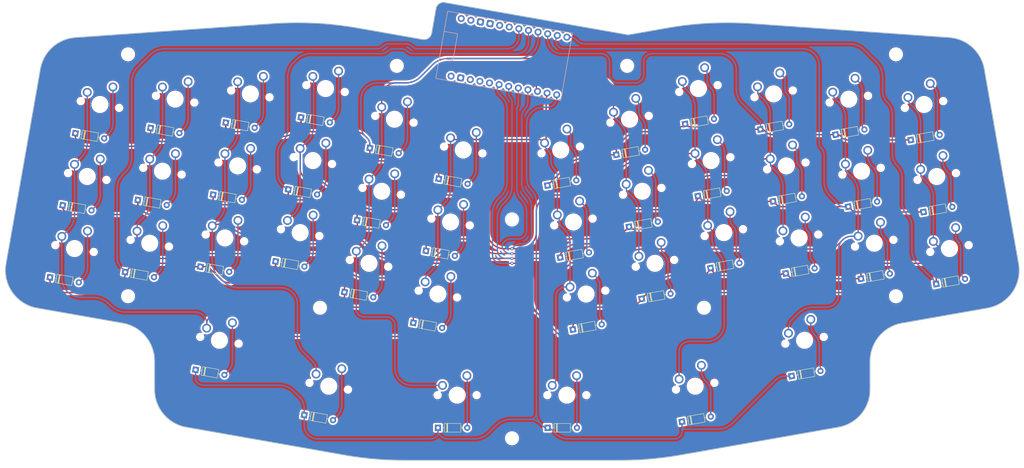
<source format=kicad_pcb>
(kicad_pcb (version 20221018) (generator pcbnew)
  (layers (0 "F.Cu" signal) (31 "B.Cu" signal) (34 "B.Paste" user) (35 "F.Paste" user) (36 "B.SilkS" user "B.Silkscreen") (37 "F.SilkS" user "F.Silkscreen") (38 "B.Mask" user) (39 "F.Mask" user) (44 "Edge.Cuts" user))
  (net 0 "")
  (net 1 "ROW0")
  (net 2 "Net-(D1-A)")
  (net 3 "Net-(D2-A)")
  (net 4 "Net-(D3-A)")
  (net 5 "Net-(D4-A)")
  (net 6 "Net-(D5-A)")
  (net 7 "Net-(D6-A)")
  (net 8 "ROW3")
  (net 9 "Net-(D7-A)")
  (net 10 "Net-(D8-A)")
  (net 11 "Net-(D9-A)")
  (net 12 "Net-(D10-A)")
  (net 13 "Net-(D11-A)")
  (net 14 "Net-(D12-A)")
  (net 15 "ROW1")
  (net 16 "Net-(D13-A)")
  (net 17 "Net-(D14-A)")
  (net 18 "Net-(D15-A)")
  (net 19 "Net-(D16-A)")
  (net 20 "Net-(D17-A)")
  (net 21 "Net-(D18-A)")
  (net 22 "ROW4")
  (net 23 "Net-(D19-A)")
  (net 24 "Net-(D20-A)")
  (net 25 "Net-(D21-A)")
  (net 26 "Net-(D22-A)")
  (net 27 "Net-(D23-A)")
  (net 28 "Net-(D24-A)")
  (net 29 "ROW2")
  (net 30 "Net-(D25-A)")
  (net 31 "Net-(D26-A)")
  (net 32 "Net-(D27-A)")
  (net 33 "Net-(D28-A)")
  (net 34 "Net-(D29-A)")
  (net 35 "Net-(D30-A)")
  (net 36 "ROW5")
  (net 37 "Net-(D31-A)")
  (net 38 "Net-(D32-A)")
  (net 39 "Net-(D33-A)")
  (net 40 "Net-(D34-A)")
  (net 41 "Net-(D35-A)")
  (net 42 "Net-(D36-A)")
  (net 43 "ROW6")
  (net 44 "Net-(D37-A)")
  (net 45 "Net-(D38-A)")
  (net 46 "Net-(D39-A)")
  (net 47 "Net-(D40-A)")
  (net 48 "Net-(D41-A)")
  (net 49 "Net-(D42-A)")
  (net 50 "COL0")
  (net 51 "COL1")
  (net 52 "COL2")
  (net 53 "COL3")
  (net 54 "COL4")
  (net 55 "COL5")
  (footprint "mx:MX-Solderable-1U" (layer "F.Cu") (at 238.358641 81.418668 10)
    (fp_text reference "MX29")
    (fp_text value "MX")
  )
  (footprint "mx:MX-Solderable-1U" (layer "F.Cu") (at 59.589358 62.65808 -10)
    (fp_text reference "MX5")
    (fp_text value "MX")
  )
  (footprint "Diode_THT:D_DO-35_SOD27_P7.62mm_Horizontal" (layer "F.Cu") (at 218.631022 108.036213 10)
    (fp_text reference "D34" hide)
    (fp_text value "1N4148" hide)
  )
  (footprint "Diode_THT:D_DO-35_SOD27_P7.62mm_Horizontal" (layer "F.Cu") (at 192.427439 69.132888 10)
    (fp_text reference "D21" hide)
    (fp_text value "1N4148" hide)
  )
  (footprint "Diode_THT:D_DO-35_SOD27_P7.62mm_Horizontal" (layer "F.Cu") (at 251.1902 73.279335 10)
    (fp_text reference "D24" hide)
    (fp_text value "1N4148" hide)
  )
  (footprint "Diode_THT:D_DO-35_SOD27_P7.62mm_Horizontal" (layer "F.Cu") (at 92.364484 67.396406 -10)
    (fp_text reference "D3" hide)
    (fp_text value "1N4148" hide)
  )
  (footprint "mx:MX-Solderable-1U" (layer "F.Cu") (at 128.015713 113.411247 -10)
    (fp_text reference "MX13")
    (fp_text value "MX")
  )
  (footprint "Diode_THT:D_DO-35_SOD27_P7.62mm_Horizontal" (layer "F.Cu") (at 163.176258 122.650353 10)
    (fp_text reference "D31" hide)
    (fp_text value "1N4148" hide)
  )
  (footprint "mx:MX-Solderable-1U" (layer "F.Cu") (at 160.008292 75.890071 10)
    (fp_text reference "MX19")
    (fp_text value "MX")
  )
  (footprint "mx:MX-Solderable-1U" (layer "F.Cu") (at 56.28136 81.418668 -10)
    (fp_text reference "MX11")
    (fp_text value "MX")
  )
  (footprint "mx:MX-Solderable-1U" (layer "F.Cu") (at 36.693773 82.800817 -10)
    (fp_text reference "MX12")
    (fp_text value "MX")
  )
  (footprint "mx:MX-Solderable-1U" (layer "F.Cu") (at 199.183466 78.654369 10)
    (fp_text reference "MX27")
    (fp_text value "MX")
  )
  (footprint "mx:MX-Solderable-1U" (layer "F.Cu") (at 79.176945 61.275931 -10)
    (fp_text reference "MX4")
    (fp_text value "MX")
  )
  (footprint "mx:MX-Solderable-1U" (layer "F.Cu") (at 218.771054 80.036518 10)
    (fp_text reference "MX28")
    (fp_text value "MX")
  )
  (footprint "mx:MX-Solderable-1U" (layer "F.Cu") (at 71.12 125.458482 -10)
    (fp_text reference "MX37")
    (fp_text value "MX")
  )
  (footprint "Diode_THT:D_DO-35_SOD27_P7.62mm_Horizontal" (layer "F.Cu") (at 199.043434 106.654063 10)
    (fp_text reference "D33" hide)
    (fp_text value "1N4148" hide)
  )
  (footprint "Diode_THT:D_DO-35_SOD27_P7.62mm_Horizontal" (layer "F.Cu") (at 156.560262 85.129177 10)
    (fp_text reference "D19" hide)
    (fp_text value "1N4148" hide)
  )
  (footprint "mx:MX-Solderable-1U" (layer "F.Cu") (at 95.456534 78.65437 -10)
    (fp_text reference "MX9")
    (fp_text value "MX")
  )
  (footprint "mx:MX-Solderable-1.5U" (layer "F.Cu") (at 161.6075 139.745982)
    (fp_text reference "MX40")
    (fp_text value "MX")
  )
  (footprint "mx:MX-Solderable-1U" (layer "F.Cu") (at 72.560949 98.797106 -10)
    (fp_text reference "MX16")
    (fp_text value "MX")
  )
  (footprint "Diode_THT:D_DO-35_SOD27_P7.62mm_Horizontal" (layer "F.Cu") (at 215.323024 89.275625 10)
    (fp_text reference "D28" hide)
    (fp_text value "1N4148" hide)
  )
  (footprint "Diode_THT:D_DO-35_SOD27_P7.62mm_Horizontal" (layer "F.Cu") (at 103.682076 112.915726 -10)
    (fp_text reference "D14" hide)
    (fp_text value "1N4148" hide)
  )
  (footprint "mx:MX-Solderable-1U" (layer "F.Cu") (at 52.973362 100.179256 -10)
    (fp_text reference "MX17")
    (fp_text value "MX")
  )
  (footprint "mx:MX-Solderable-1U" (layer "F.Cu") (at 222.079051 98.797106 10)
    (fp_text reference "MX34")
    (fp_text value "MX")
  )
  (footprint "MountingHole:MountingHole_3.2mm_M3" (layer "F.Cu") (at 247.32 50.98)
    (fp_text reference "REF02" hide)
    (fp_text value "MountingHole_3.2mm_M3" hide)
  )
  (footprint "mx:MX-Solderable-1U" (layer "F.Cu") (at 254.63823 64.040229 10)
    (fp_text reference "MX24")
    (fp_text value "MX")
  )
  (footprint "mx:MX-Solderable-1U" (layer "F.Cu") (at 134.631709 75.890071 -10)
    (fp_text reference "MX1")
    (fp_text value "MX")
  )
  (footprint "Diode_THT:D_DO-35_SOD27_P7.62mm_Horizontal" (layer "F.Cu") (at 220.162007 134.77657 10)
    (fp_text reference "D42" hide)
    (fp_text value "1N4148" hide)
  )
  (footprint "mx:MX-Solderable-1U" (layer "F.Cu") (at 40.001771 64.040229 -10)
    (fp_text reference "MX6")
    (fp_text value "MX")
  )
  (footprint "Diode_THT:D_DO-35_SOD27_P7.62mm_Horizontal" (layer "F.Cu") (at 110.298072 75.394551 -10)
    (fp_text reference "D2" hide)
    (fp_text value "1N4148" hide)
  )
  (footprint "Diode_THT:D_DO-35_SOD27_P7.62mm_Horizontal" (layer "F.Cu") (at 254.498198 92.039923 10)
    (fp_text reference "D30" hide)
    (fp_text value "1N4148" hide)
  )
  (footprint "mx:MX-Solderable-1U" (layer "F.Cu") (at 131.323711 94.650659 -10)
    (fp_text reference "MX7")
    (fp_text value "MX")
  )
  (footprint "mx:MX-Solderable-1U" (layer "F.Cu") (at 241.666638 100.179255 10)
    (fp_text reference "MX35")
    (fp_text value "MX")
  )
  (footprint "mx:MX-Solderable-1U" (layer "F.Cu") (at 113.390122 86.652514 -10)
    (fp_text reference "MX8")
    (fp_text value "MX")
  )
  (footprint "Diode_THT:D_DO-35_SOD27_P7.62mm_Horizontal" (layer "F.Cu") (at 234.910611 90.657774 10)
    (fp_text reference "D29" hide)
    (fp_text value "1N4148" hide)
  )
  (footprint "mx:MX-Solderable-1U" (layer "F.Cu") (at 257.946228 82.800817 10)
    (fp_text reference "MX30")
    (fp_text value "MX")
  )
  (footprint "mx:MX-Solderable-1U" (layer "F.Cu") (at 235.050643 62.65808 10)
    (fp_text reference "MX23")
    (fp_text value "MX")
  )
  (footprint "mx:MX-Solderable-1U" (layer "F.Cu") (at 116.69812 67.891927 -10)
    (fp_text reference "MX2")
    (fp_text value "MX")
  )
  (footprint "Diode_THT:D_DO-35_SOD27_P7.62mm_Horizontal" (layer "F.Cu") (at 231.602613 71.897186 10)
    (fp_text reference "D23" hide)
    (fp_text value "1N4148" hide)
  )
  (footprint "Diode_THT:D_DO-35_SOD27_P7.62mm_Horizontal" (layer "F.Cu") (at 72.776896 68.778555 -10)
    (fp_text reference "D4" hide)
    (fp_text value "1N4148" hide)
  )
  (footprint "MountingHole:MountingHole_3.2mm_M3" (layer "F.Cu") (at 147.32 150.98)
    (fp_text reference "REF05" hide)
    (fp_text value "MountingHole_3.2mm_M3" hide)
  )
  (footprint "MountingHole:MountingHole_3.2mm_M3" (layer "F.Cu") (at 177.32 53.98)
    (fp_text reference "REF01" hide)
    (fp_text value "MountingHole_3.2mm_M3" hide)
  )
  (footprint "Diode_THT:D_DO-35_SOD27_P7.62mm_Horizontal" (layer "F.Cu") (at 30.293724 90.303441 -10)
    (fp_text reference "D12" hide)
    (fp_text value "1N4148" hide)
  )
  (footprint "Diode_THT:D_DO-35_SOD27_P7.62mm_Horizontal" (layer "F.Cu") (at 156.6075 148.245982)
    (fp_text reference "D40" hide)
    (fp_text value "1N4148" hide)
  )
  (footprint "MountingHole:MountingHole_3.2mm_M3" (layer "F.Cu") (at 47.32 50.98)
    (fp_text reference "REF09" hide)
    (fp_text value "MountingHole_3.2mm_M3" hide)
  )
  (footprint "Diode_THT:D_DO-35_SOD27_P7.62mm_Horizontal" (layer "F.Cu") (at 64.912489 133.142588 -10)
    (fp_text reference "D37" hide)
    (fp_text value "1N4148" hide)
  )
  (footprint "Diode_THT:D_DO-35_SOD27_P7.62mm_Horizontal" (layer "F.Cu") (at 128.0325 148.245982)
    (fp_text reference "D39" hide)
    (fp_text value "1N4148" hide)
  )
  (footprint "MountingHole:MountingHole_3.2mm_M3" (layer "F.Cu") (at 47.32 113.98)
    (fp_text reference "REF08" hide)
    (fp_text value "MountingHole_3.2mm_M3" hide)
  )
  (footprint "MountingHole:MountingHole_3.2mm_M3" (layer "F.Cu") (at 197.32 116.98)
    (fp_text reference "REF04" hide)
    (fp_text value "MountingHole_3.2mm_M3" hide)
  )
  (footprint "Diode_THT:D_DO-35_SOD27_P7.62mm_Horizontal" (layer "F.Cu") (at 177.801848 95.89162 10)
    (fp_text reference "D26" hide)
    (fp_text value "1N4148" hide)
  )
  (footprint "Diode_THT:D_DO-35_SOD27_P7.62mm_Horizontal" (layer "F.Cu") (at 174.493851 77.131033 10)
    (fp_text reference "D20" hide)
    (fp_text value "1N4148" hide)
  )
  (footprint "mx:MX-Solderable-1U" (layer "F.Cu") (at 223.52 125.458482 10)
    (fp_text reference "MX42")
    (fp_text value "MX")
  )
  (footprint "Diode_THT:D_DO-35_SOD27_P7.62mm_Horizontal" (layer "F.Cu") (at 93.202933 144.919755 -10)
    (fp_text reference "D38" hide)
    (fp_text value "1N4148" hide)
  )
  (footprint "mx:MX-Solderable-1U" (layer "F.Cu") (at 75.868947 80.036519 -10)
    (fp_text reference "MX10")
    (fp_text value "MX")
  )
  (footprint "Diode_THT:D_DO-35_SOD27_P7.62mm_Horizontal" (layer "F.Cu") (at 106.990074 94.155139 -10)
    (fp_text reference "D8" hide)
    (fp_text value "1N4148" hide)
  )
  (footprint "Diode_THT:D_DO-35_SOD27_P7.62mm_Horizontal" (layer "F.Cu") (at 121.615665 120.913871 -10)
    (fp_text reference "D13" hide)
    (fp_text value "1N4148" hide)
  )
  (footprint "mx:MX-Solderable-1U" (layer "F.Cu") (at 261.254226 101.561404 10)
    (fp_text reference "MX36")
    (fp_text value "MX")
  )
  (footprint "Diode_THT:D_DO-35_SOD27_P7.62mm_Horizontal" (layer "F.Cu") (at 85.748488 104.917582 -10)
    (fp_text reference "D15" hide)
    (fp_text value "1N4148" hide)
  )
  (footprint "Diode_THT:D_DO-35_SOD27_P7.62mm_Horizontal" (layer "F.Cu") (at 53.189309 70.160705 -10)
    (fp_text reference "D5" hide)
    (fp_text value "1N4148" hide)
  )
  (footprint "MountingHole:MountingHole_3.2mm_M3" (layer "F.Cu") (at 147.32 93.98)
    (fp_text reference "REF06" hide)
    (fp_text value "MountingHole_3.2mm_M3" hide)
  )
  (footprint "mx:MX-Solderable-1U" (layer "F.Cu") (at 110.082125 105.413102 -10)
    (fp_text reference "MX14")
    (fp_text value "MX")
  )
  (footprint "Diode_THT:D_DO-35_SOD27_P7.62mm_Horizontal" (layer "F.Cu") (at 128.23166 83.392696 -10)
    (fp_text reference "D1" hide)
    (fp_text value "1N4148" hide)
  )
  (footprint "Diode_THT:D_DO-35_SOD27_P7.62mm_Horizontal" (layer "F.Cu") (at 69.468899 87.539143 -10)
    (fp_text reference "D10" hide)
    (fp_text value "1N4148" hide)
  )
  (footprint "Diode_THT:D_DO-35_SOD27_P7.62mm_Horizontal" (layer "F.Cu") (at 49.881312 88.921292 -10)
    (fp_text reference "D11" hide)
    (fp_text value "1N4148" hide)
  )
  (footprint "Diode_THT:D_DO-35_SOD27_P7.62mm_Horizontal" (layer "F.Cu") (at 46.573314 107.68188 -10)
    (fp_text reference "D17" hide)
    (fp_text value "1N4148" hide)
  )
  (footprint "mx:MX-Solderable-1.5U" (layer "F.Cu") (at 195.037019 137.417131 10)
    (fp_text reference "MX41")
    (fp_text value "MX")
  )
  (footprint "Diode_THT:D_DO-35_SOD27_P7.62mm_Horizontal" (layer "F.Cu") (at 238.218609 109.418362 10)
    (fp_text reference "D35" hide)
    (fp_text value "1N4148" hide)
  )
  (footprint "mx:MX-Solderable-1U" (layer "F.Cu") (at 163.31629 94.650659 10)
    (fp_text reference "MX25")
    (fp_text value "MX")
  )
  (footprint "Diode_THT:D_DO-35_SOD27_P7.62mm_Horizontal" (layer "F.Cu") (at 33.601722 71.542854 -10)
    (fp_text reference "D6" hide)
    (fp_text value "1N4148" hide)
  )
  (footprint "mx:MX-Solderable-1U" (layer "F.Cu") (at 166.624288 113.411246 10)
    (fp_text reference "MX31")
    (fp_text value "MX")
  )
  (footprint "Diode_THT:D_DO-35_SOD27_P7.62mm_Horizontal" (layer "F.Cu") (at 195.735437 87.893476 10)
    (fp_text reference "D27" hide)
    (fp_text value "1N4148" hide)
  )
  (footprint "mx:MX-Solderable-1U" (layer "F.Cu") (at 98.764532 59.893782 -10)
    (fp_text reference "MX3")
    (fp_text value "MX")
  )
  (footprint "mx:MX-Solderable-1U" (layer "F.Cu") (at 181.249878 86.652514 10)
    (fp_text reference "MX26")
    (fp_text value "MX")
  )
  (footprint "mx:MX-Solderable-1.5U" (layer "F.Cu") (at 99.602982 137.417131 -10)
    (fp_text reference "MX38")
    (fp_text value "MX")
  )
  (footprint "MountingHole:MountingHole_3.2mm_M3" (layer "F.Cu") (at 97.32 116.98)
    (fp_text reference "REF07" hide)
    (fp_text value "MountingHole_3.2mm_M3" hide)
  )
  (footprint "mx:MX-Solderable-1U" (layer "F.Cu") (at 177.94188 67.891926 10)
    (fp_text reference "MX20")
    (fp_text value "MX")
  )
  (footprint "Diode_THT:D_DO-35_SOD27_P7.62mm_Horizontal" (layer "F.Cu") (at 212.015026 70.515037 10)
    (fp_text reference "D22" hide)
    (fp_text value "1N4148" hide)
  )
  (footprint "mx:MX-Solderable-1U" (layer "F.Cu") (at 215.463056 61.275931 10)
    (fp_text reference "MX22")
    (fp_text value "MX")
  )
  (footprint "Diode_THT:D_DO-35_SOD27_P7.62mm_Horizontal" (layer "F.Cu") (at 124.923662 102.153283 -10)
    (fp_text reference "D7" hide)
    (fp_text value "1N4148" hide)
  )
  (footprint "MountingHole:MountingHole_3.2mm_M3" (layer "F.Cu") (at 247.32 113.98)
    (fp_text reference "REF03" hide)
    (fp_text value "MountingHole_3.2mm_M3" hide)
  )
  (footprint "Diode_THT:D_DO-35_SOD27_P7.62mm_Horizontal" (layer "F.Cu") (at 26.985727 109.064029 -10)
    (fp_text reference "D18" hide)
    (fp_text value "1N4148" hide)
  )
  (footprint "Diode_THT:D_DO-35_SOD27_P7.62mm_Horizontal" (layer "F.Cu") (at 159.86826 103.889765 10)
    (fp_text reference "D25" hide)
    (fp_text value "1N4148" hide)
  )
  (footprint "mx:MX-Solderable-1.5U" (layer "F.Cu") (at 133.0325 139.745982)
    (fp_text reference "MX39")
    (fp_text value "MX")
  )
  (footprint "mx:MX-Solderable-1U" (layer "F.Cu") (at 195.875469 59.893782 10)
    (fp_text reference "MX21")
    (fp_text value "MX")
  )
  (footprint "mx:MX-Solderable-1U" (layer "F.Cu") (at 202.491464 97.414957 10)
    (fp_text reference "MX33")
    (fp_text value "MX")
  )
  (footprint "MountingHole:MountingHole_3.2mm_M3" (layer "F.Cu") (at 117.32 53.98)
    (fp_text reference "REF10" hide)
    (fp_text value "MountingHole_3.2mm_M3" hide)
  )
  (footprint "Diode_THT:D_DO-35_SOD27_P7.62mm_Horizontal" (layer "F.Cu") (at 66.160901 106.299731 -10)
    (fp_text reference "D16" hide)
    (fp_text value "1N4148" hide)
  )
  (footprint "mx:MX-Solderable-1U" (layer "F.Cu") (at 92.148536 97.414957 -10)
    (fp_text reference "MX15")
    (fp_text value "MX")
  )
  (footprint "mx:MX-Solderable-1U" (layer "F.Cu") (at 33.385775 101.561405 -10)
    (fp_text reference "MX18")
    (fp_text value "MX")
  )
  (footprint "Diode_THT:D_DO-35_SOD27_P7.62mm_Horizontal" (layer "F.Cu") (at 191.588989 146.656237 10)
    (fp_text reference "D41" hide)
    (fp_text value "1N4148" hide)
  )
  (footprint "Diode_THT:D_DO-35_SOD27_P7.62mm_Horizontal" (layer "F.Cu") (at 89.056486 86.156994 -10)
    (fp_text reference "D9" hide)
    (fp_text value "1N4148" hide)
  )
  (footprint "Diode_THT:D_DO-35_SOD27_P7.62mm_Horizontal" (layer "F.Cu") (at 257.806196 110.800511 10)
    (fp_text reference "D36" hide)
    (fp_text value "1N4148" hide)
  )
  (footprint "Diode_THT:D_DO-35_SOD27_P7.62mm_Horizontal" (layer "F.Cu") (at 181.109846 114.652208 10)
    (fp_text reference "D32" hide)
    (fp_text value "1N4148" hide)
  )
  (footprint "mx:MX-Solderable-1U" (layer "F.Cu") (at 184.557876 105.413102 10)
    (fp_text reference "MX32")
    (fp_text value "MX")
  )
  (footprint "PCM_marbastlib-xp-promicroish:ProMicro_USBup" (layer "B.Cu") (at 146.532619 51.587431 -100)
    (fp_text reference "U1" hide)
    (fp_text value "ProMicro" hide)
  )
  (gr_circle (center 147.32 93.98) (end 148.82 93.98) (stroke (width 0.2)) (fill none) (layer "F.Cu"))
  (gr_arc (start 279.296085 105.503039) (mid 277.639519 112.975276) (end 271.184489 117.087599) (stroke (width 0.2)) (layer "Edge.Cuts"))
  (gr_line (start 85.105127 42.936721) (end 33.595839 46.571345) (stroke (width 0.2)) (layer "Edge.Cuts"))
  (gr_line (start 23.624693 117.087599) (end 45.941073 121.022579) (stroke (width 0.2)) (layer "Edge.Cuts"))
  (gr_arc (start 24.451637 54.81006) (mid 27.606058 49.11721) (end 33.595839 46.571345) (stroke (width 0.2)) (layer "Edge.Cuts"))
  (gr_line (start 248.868109 121.022579) (end 271.184489 117.087599) (stroke (width 0.2)) (layer "Edge.Cuts"))
  (gr_line (start 24.451637 54.81006) (end 15.513097 105.503039) (stroke (width 0.2)) (layer "Edge.Cuts"))
  (gr_arc (start 85.105127 42.936721) (mid 96.12181 42.835353) (end 107.068337 44.080798) (stroke (width 0.2)) (layer "Edge.Cuts"))
  (gr_line (start 126.374709 45.454179) (end 127.499081 39.077549) (stroke (width 0.2)) (layer "Edge.Cuts"))
  (gr_arc (start 240.604591 130.870656) (mid 242.944163 124.442804) (end 248.868109 121.022579) (stroke (width 0.2)) (layer "Edge.Cuts"))
  (gr_line (start 240.604591 130.870656) (end 240.604591 138.26851) (stroke (width 0.2)) (layer "Edge.Cuts"))
  (gr_line (start 129.815993 37.45523) (end 177.566152 45.874871) (stroke (width 0.2)) (layer "Edge.Cuts"))
  (gr_line (start 119.281818 156.745982) (end 175.527364 156.745982) (stroke (width 0.2)) (layer "Edge.Cuts"))
  (gr_arc (start 45.941073 121.022579) (mid 51.865036 124.44278) (end 54.204591 130.870656) (stroke (width 0.2)) (layer "Edge.Cuts"))
  (gr_arc (start 23.624693 117.087599) (mid 17.169654 112.975286) (end 15.513097 105.503039) (stroke (width 0.2)) (layer "Edge.Cuts"))
  (gr_line (start 62.468109 148.116587) (end 103.653482 155.37868) (stroke (width 0.2)) (layer "Edge.Cuts"))
  (gr_arc (start 127.499081 39.077549) (mid 128.321544 37.786541) (end 129.815993 37.45523) (stroke (width 0.2)) (layer "Edge.Cuts"))
  (gr_arc (start 62.468109 148.116587) (mid 56.544146 144.696386) (end 54.204591 138.26851) (stroke (width 0.2)) (layer "Edge.Cuts"))
  (gr_line (start 107.068337 44.080798) (end 124.057797 47.076498) (stroke (width 0.2)) (layer "Edge.Cuts"))
  (gr_arc (start 261.213343 46.571345) (mid 267.203125 49.11721) (end 270.357545 54.81006) (stroke (width 0.2)) (layer "Edge.Cuts"))
  (gr_arc (start 240.604591 138.26851) (mid 238.265032 144.69638) (end 232.341073 148.116587) (stroke (width 0.2)) (layer "Edge.Cuts"))
  (gr_line (start 209.704055 42.936721) (end 261.213343 46.571345) (stroke (width 0.2)) (layer "Edge.Cuts"))
  (gr_line (start 54.204591 130.870656) (end 54.204591 138.26851) (stroke (width 0.2)) (layer "Edge.Cuts"))
  (gr_arc (start 191.1557 155.37868) (mid 183.371381 156.403503) (end 175.527364 156.745982) (stroke (width 0.2)) (layer "Edge.Cuts"))
  (gr_arc (start 126.374709 45.454179) (mid 125.552246 46.745187) (end 124.057797 47.076498) (stroke (width 0.2)) (layer "Edge.Cuts"))
  (gr_arc (start 187.740845 44.080798) (mid 198.687372 42.835353) (end 209.704055 42.936721) (stroke (width 0.2)) (layer "Edge.Cuts"))
  (gr_line (start 270.357545 54.81006) (end 279.296085 105.503039) (stroke (width 0.2)) (layer "Edge.Cuts"))
  (gr_arc (start 119.281818 156.745982) (mid 111.437801 156.403505) (end 103.653482 155.37868) (stroke (width 0.2)) (layer "Edge.Cuts"))
  (gr_line (start 191.1557 155.37868) (end 232.341073 148.116587) (stroke (width 0.2)) (layer "Edge.Cuts"))
  (gr_line (start 177.566152 45.874871) (end 187.740845 44.080798) (stroke (width 0.2)) (layer "Edge.Cuts"))
  (segment (start 110.298072 74.431311) (end 110.298072 75.394551) (width 0.35) (layer "F.Cu") (net 1))
  (segment (start 126.101974 78.74) (end 112.793739 78.74) (width 0.35) (layer "F.Cu") (net 1))
  (segment (start 127.635 79.375) (end 128.25083 79.99083) (width 0.35) (layer "F.Cu") (net 1))
  (segment (start 128.23166 80.07545) (end 128.23166 83.392696) (width 0.35) (layer "F.Cu") (net 1))
  (segment (start 53.189309 72.39) (end 53.189309 72.088618) (width 0.35) (layer "F.Cu") (net 1))
  (segment (start 110.298072 76.336311) (end 110.298072 75.394551) (width 0.35) (layer "F.Cu") (net 1))
  (segment (start 95.122342 71.12) (end 106.289662 71.12) (width 0.35) (layer "F.Cu") (net 1))
  (segment (start 33.601722 72.257288) (end 33.601722 71.542854) (width 0.35) (layer "F.Cu") (net 1))
  (segment (start 79.638025 72.39) (end 87.4386 72.39) (width 0.35) (layer "F.Cu") (net 1))
  (segment (start 90.921725 70.947241) (end 91.619165 70.249802) (width 0.35) (layer "F.Cu") (net 1))
  (segment (start 49.110503 74.93) (end 36.944711 74.93) (width 0.35) (layer "F.Cu") (net 1))
  (segment (start 55.61458 73.66) (end 60.433948 73.66) (width 0.35) (layer "F.Cu") (net 1))
  (segment (start 53.189309 72.088618) (end 53.189309 70.160705) (width 0.35) (layer "F.Cu") (net 1))
  (segment (start 93.172242 70.312242) (end 93.109802 70.249802) (width 0.35) (layer "F.Cu") (net 1))
  (segment (start 72.776896 69.612447) (end 72.776896 68.778555) (width 0.35) (layer "F.Cu") (net 1))
  (segment (start 53.899654 72.949654) (end 53.295863 72.345863) (width 0.35) (layer "F.Cu") (net 1))
  (segment (start 109.124036 72.294036) (end 109.616958 72.786958) (width 0.35) (layer "F.Cu") (net 1))
  (segment (start 74.284448 71.12) (end 76.571974 71.12) (width 0.35) (layer "F.Cu") (net 1))
  (segment (start 110.963997 77.943997) (end 111.029036 78.009036) (width 0.35) (layer "F.Cu") (net 1))
  (segment (start 71.269343 71.12) (end 66.566051 71.12) (width 0.35) (layer "F.Cu") (net 1))
  (segment (start 34.106903 73.476903) (end 34.580861 73.950861) (width 0.35) (layer "F.Cu") (net 1))
  (segment (start 92.364484 68.450445) (end 92.364484 67.396406) (width 0.35) (layer "F.Cu") (net 1))
  (segment (start 51.994654 73.735345) (end 53.082754 72.647245) (width 0.35) (layer "F.Cu") (net 1))
  (arc (start 128.25083 79.99083) (mid 128.25877 80.01) (end 128.25083 80.02917) (width 0.35) (layer "F.Cu") (net 1))
  (arc (start 53.295863 72.345863) (mid 53.22784 72.332332) (end 53.189309 72.39) (width 0.35) (layer "F.Cu") (net 1))
  (arc (start 53.899654 72.949654) (mid 54.686468 73.475387) (end 55.61458 73.66) (width 0.35) (layer "F.Cu") (net 1))
  (arc (start 91.619165 70.249802) (mid 92.170781 69.42425) (end 92.364484 68.450445) (width 0.35) (layer "F.Cu") (net 1))
  (arc (start 93.172242 70.312242) (mid 94.066955 70.91007) (end 95.122342 71.12) (width 0.35) (layer "F.Cu") (net 1))
  (arc (start 109.124036 72.294036) (mid 107.823614 71.425122) (end 106.289662 71.12) (width 0.35) (layer "F.Cu") (net 1))
  (arc (start 110.298072 76.336311) (mid 110.47114 77.206384) (end 110.963997 77.943997) (width 0.35) (layer "F.Cu") (net 1))
  (arc (start 53.189309 72.39) (mid 53.161616 72.52922) (end 53.082754 72.647245) (width 0.35) (layer "F.Cu") (net 1))
  (arc (start 78.105 71.755) (mid 77.401641 71.285031) (end 76.571974 71.12) (width 0.35) (layer "F.Cu") (net 1))
  (arc (start 34.580861 73.950861) (mid 35.665404 74.67553) (end 36.944711 74.93) (width 0.35) (layer "F.Cu") (net 1))
  (arc (start 33.601722 72.257288) (mid 33.733014 72.917338) (end 34.106903 73.476903) (width 0.35) (layer "F.Cu") (net 1))
  (arc (start 90.921725 70.947241) (mid 89.323653 72.015039) (end 87.4386 72.39) (width 0.35) (layer "F.Cu") (net 1))
  (arc (start 63.5 72.39) (mid 62.093283 73.329937) (end 60.433948 73.66) (width 0.35) (layer "F.Cu") (net 1))
  (arc (start 72.776896 69.612447) (mid 72.891651 70.189362) (end 73.218448 70.678448) (width 0.35) (layer "F.Cu") (net 1))
  (arc (start 72.335344 70.678448) (mid 72.66214 70.189362) (end 72.776896 69.612447) (width 0.35) (layer "F.Cu") (net 1))
  (arc (start 78.105 71.755) (mid 78.808357 72.224968) (end 79.638025 72.39) (width 0.35) (layer "F.Cu") (net 1))
  (arc (start 127.635 79.375) (mid 126.931641 78.905031) (end 126.101974 78.74) (width 0.35) (layer "F.Cu") (net 1))
  (arc (start 111.029036 78.009036) (mid 111.838688 78.550028) (end 112.793739 78.74) (width 0.35) (layer "F.Cu") (net 1))
  (arc (start 66.566051 71.12) (mid 64.906716 71.450062) (end 63.5 72.39) (width 0.35) (layer "F.Cu") (net 1))
  (arc (start 53.189309 72.088618) (mid 53.217001 72.227838) (end 53.295863 72.345863) (width 0.35) (layer "F.Cu") (net 1))
  (arc (start 92.364484 68.450445) (mid 92.558185 69.42425) (end 93.109802 70.249802) (width 0.35) (layer "F.Cu") (net 1))
  (arc (start 128.25083 80.02917) (mid 128.236642 80.050403) (end 128.23166 80.07545) (width 0.35) (layer "F.Cu") (net 1))
  (arc (start 73.218448 70.678448) (mid 73.707533 71.005244) (end 74.284448 71.12) (width 0.35) (layer "F.Cu") (net 1))
  (arc (start 72.335344 70.678448) (mid 71.846258 71.005244) (end 71.269343 71.12) (width 0.35) (layer "F.Cu") (net 1))
  (arc (start 73.218448 70.678448) (mid 72.776896 70.495551) (end 72.335344 70.678448) (width 0.35) (layer "F.Cu") (net 1))
  (arc (start 51.994654 73.735345) (mid 50.671394 74.619519) (end 49.110503 74.93) (width 0.35) (layer "F.Cu") (net 1))
  (arc (start 93.109802 70.249802) (mid 92.364483 69.941081) (end 91.619165 70.249802) (width 0.35) (layer "F.Cu") (net 1))
  (arc (start 109.616958 72.786958) (mid 110.121056 73.541393) (end 110.298072 74.431311) (width 0.35) (layer "F.Cu") (net 1))
  (segment (start 107.95 69.459662) (end 107.95 62.756051) (width 0.35) (layer "B.Cu") (net 1))
  (segment (start 126.676207 53.663792) (end 123.513792 56.826207) (width 0.35) (layer "B.Cu") (net 1))
  (segment (start 112.286051 58.42) (end 119.666036 58.42) (width 0.35) (layer "B.Cu") (net 1))
  (segment (start 109.124036 72.294036) (end 109.616958 72.786958) (width 0.35) (layer "B.Cu") (net 1))
  (segment (start 152.728794 50.471204) (end 152.619673 50.580326) (width 0.35) (layer "B.Cu") (net 1))
  (segment (start 130.523963 52.07) (end 149.023283 52.07) (width 0.35) (layer "B.Cu") (net 1))
  (segment (start 154.109347 47.138257) (end 154.109347 45.185862) (width 0.35) (layer "B.Cu") (net 1))
  (segment (start 110.298072 74.431311) (end 110.298072 75.394551) (width 0.35) (layer "B.Cu") (net 1))
  (arc (start 109.616958 72.786958) (mid 110.121056 73.541393) (end 110.298072 74.431311) (width 0.35) (layer "B.Cu") (net 1))
  (arc (start 123.513792 56.826207) (mid 121.748426 58.005786) (end 119.666036 58.42) (width 0.35) (layer "B.Cu") (net 1))
  (arc (start 152.619673 50.580326) (mid 150.969635 51.682846) (end 149.023283 52.07) (width 0.35) (layer "B.Cu") (net 1))
  (arc (start 130.523963 52.07) (mid 128.441572 52.484213) (end 126.676207 53.663792) (width 0.35) (layer "B.Cu") (net 1))
  (arc (start 107.95 69.459662) (mid 108.255122 70.993614) (end 109.124036 72.294036) (width 0.35) (layer "B.Cu") (net 1))
  (arc (start 154.109347 47.138257) (mid 153.750552 48.942035) (end 152.728794 50.471204) (width 0.35) (layer "B.Cu") (net 1))
  (arc (start 112.286051 58.42) (mid 110.626716 58.750062) (end 109.22 59.69) (width 0.35) (layer "B.Cu") (net 1))
  (arc (start 109.22 59.69) (mid 108.280062 61.096716) (end 107.95 62.756051) (width 0.35) (layer "B.Cu") (net 1))
  (segment (start 138.015253 80.824787) (end 138.015253 71.328314) (width 0.35) (layer "B.Cu") (net 2))
  (segment (start 136.875574 83.576216) (end 135.735895 84.715895) (width 0.35) (layer "B.Cu") (net 2))
  (arc (start 138.015253 80.824787) (mid 137.71906 82.313849) (end 136.875574 83.576216) (width 0.35) (layer "B.Cu") (net 2))
  (segment (start 118.941985 75.578071) (end 117.802307 76.71775) (width 0.35) (layer "B.Cu") (net 3))
  (segment (start 120.081664 72.826644) (end 120.081664 63.33017) (width 0.35) (layer "B.Cu") (net 3))
  (arc (start 120.081664 72.826644) (mid 119.785471 74.315705) (end 118.941985 75.578071) (width 0.35) (layer "B.Cu") (net 3))
  (segment (start 101.008397 67.579926) (end 99.868719 68.719605) (width 0.35) (layer "B.Cu") (net 4))
  (segment (start 102.148076 64.828499) (end 102.148076 55.332025) (width 0.35) (layer "B.Cu") (net 4))
  (arc (start 102.148076 64.828499) (mid 101.851883 66.31756) (end 101.008397 67.579926) (width 0.35) (layer "B.Cu") (net 4))
  (segment (start 81.42081 68.962075) (end 80.281131 70.101754) (width 0.35) (layer "B.Cu") (net 5))
  (segment (start 82.560489 66.210646) (end 82.560489 56.714174) (width 0.35) (layer "B.Cu") (net 5))
  (arc (start 82.560489 66.210646) (mid 82.264296 67.699708) (end 81.42081 68.962075) (width 0.35) (layer "B.Cu") (net 5))
  (segment (start 62.972902 67.592796) (end 62.972902 58.096323) (width 0.35) (layer "B.Cu") (net 6))
  (segment (start 61.833223 70.344225) (end 60.693544 71.483904) (width 0.35) (layer "B.Cu") (net 6))
  (arc (start 62.972902 67.592796) (mid 62.676709 69.081858) (end 61.833223 70.344225) (width 0.35) (layer "B.Cu") (net 6))
  (segment (start 42.245636 71.726374) (end 41.105957 72.866053) (width 0.35) (layer "B.Cu") (net 7))
  (segment (start 43.385315 68.974945) (end 43.385315 59.478472) (width 0.35) (layer "B.Cu") (net 7))
  (arc (start 43.385315 68.974945) (mid 43.089122 70.464007) (end 42.245636 71.726374) (width 0.35) (layer "B.Cu") (net 7))
  (segment (start 185.156974 71.12) (end 180.688963 71.12) (width 0.35) (layer "F.Cu") (net 8))
  (segment (start 196.379747 69.85) (end 193.473146 69.85) (width 0.35) (layer "F.Cu") (net 8))
  (segment (start 192.068883 69.491444) (end 192.427439 69.132888) (width 0.35) (layer "F.Cu") (net 8))
  (segment (start 175.225665 74.329334) (end 176.841207 72.713792) (width 0.35) (layer "F.Cu") (net 8))
  (segment (start 213.01667 70.77667) (end 213.446111 71.206111) (width 0.35) (layer "F.Cu") (net 8))
  (segment (start 231.127826 71.897186) (end 215.114512 71.897186) (width 0.35) (layer "F.Cu") (net 8))
  (segment (start 161.990646 79.698792) (end 156.560262 85.129177) (width 0.35) (layer "F.Cu") (net 8))
  (segment (start 233.24326 72.58826) (end 232.88791 72.23291) (width 0.35) (layer "F.Cu") (net 8))
  (segment (start 211.64502 70.515037) (end 197.985289 70.515037) (width 0.35) (layer "F.Cu") (net 8))
  (segment (start 192.733719 69.543719) (end 192.427439 69.237439) (width 0.35) (layer "F.Cu") (net 8))
  (segment (start 171.207665 77.131033) (end 174.493851 77.131033) (width 0.35) (layer "F.Cu") (net 8))
  (segment (start 212.385031 70.515037) (end 211.64502 70.515037) (width 0.35) (layer "F.Cu") (net 8))
  (segment (start 174.493851 76.096091) (end 174.493851 77.131033) (width 0.35) (layer "F.Cu") (net 8))
  (segment (start 191.203252 69.85) (end 188.223025 69.85) (width 0.35) (layer "F.Cu") (net 8))
  (segment (start 234.911661 73.279335) (end 251.1902 73.279335) (width 0.35) (layer "F.Cu") (net 8))
  (segment (start 232.077399 71.897186) (end 231.127826 71.897186) (width 0.35) (layer "F.Cu") (net 8))
  (segment (start 168.856301 78.105) (end 165.838402 78.105) (width 0.35) (layer "F.Cu") (net 8))
  (arc (start 232.88791 72.23291) (mid 232.516044 71.984437) (end 232.077399 71.897186) (width 0.35) (layer "F.Cu") (net 8))
  (arc (start 233.24326 72.58826) (mid 234.008729 73.09973) (end 234.911661 73.279335) (width 0.35) (layer "F.Cu") (net 8))
  (arc (start 180.688963 71.12) (mid 178.606572 71.534213) (end 176.841207 72.713792) (width 0.35) (layer "F.Cu") (net 8))
  (arc (start 192.733719 69.543719) (mid 193.072971 69.7704) (end 193.473146 69.85) (width 0.35) (layer "F.Cu") (net 8))
  (arc (start 197.182518 70.182518) (mid 196.814203 69.936418) (end 196.379747 69.85) (width 0.35) (layer "F.Cu") (net 8))
  (arc (start 170.031983 77.618016) (mid 169.492575 77.978436) (end 168.856301 78.105) (width 0.35) (layer "F.Cu") (net 8))
  (arc (start 213.01667 70.77667) (mid 212.726871 70.583033) (end 212.385031 70.515037) (width 0.35) (layer "F.Cu") (net 8))
  (arc (start 213.446111 71.206111) (mid 214.21158 71.717581) (end 215.114512 71.897186) (width 0.35) (layer "F.Cu") (net 8))
  (arc (start 188.223025 69.85) (mid 187.393357 70.015031) (end 186.69 70.485) (width 0.35) (layer "F.Cu") (net 8))
  (arc (start 197.182518 70.182518) (mid 197.550832 70.428618) (end 197.985289 70.515037) (width 0.35) (layer "F.Cu") (net 8))
  (arc (start 165.838402 78.105) (mid 163.756011 78.519213) (end 161.990646 79.698792) (width 0.35) (layer "F.Cu") (net 8))
  (arc (start 192.068883 69.491444) (mid 191.671728 69.756814) (end 191.203252 69.85) (width 0.35) (layer "F.Cu") (net 8))
  (arc (start 186.69 70.485) (mid 185.986641 70.954968) (end 185.156974 71.12) (width 0.35) (layer "F.Cu") (net 8))
  (arc (start 175.225665 74.329334) (mid 174.684043 75.139929) (end 174.493851 76.096091) (width 0.35) (layer "F.Cu") (net 8))
  (arc (start 171.207665 77.131033) (mid 170.57139 77.257595) (end 170.031983 77.618016) (width 0.35) (layer "F.Cu") (net 8))
  (segment (start 207.333792 63.823792) (end 212.052513 68.542513) (width 0.35) (layer "B.Cu") (net 8))
  (segment (start 179.441974 58.42) (end 174.888025 58.42) (width 0.35) (layer "B.Cu") (net 8))
  (segment (start 160.262671 50.8) (end 170.551974 50.8) (width 0.35) (layer "B.Cu") (net 8))
  (segment (start 172.72 56.251974) (end 172.72 52.968025) (width 0.35) (layer "B.Cu") (net 8))
  (segment (start 205.74 55.136051) (end 205.74 59.976036) (width 0.35) (layer "B.Cu") (net 8))
  (segment (start 156.610759 47.148087) (end 156.610759 45.626928) (width 0.35) (layer "B.Cu") (net 8))
  (segment (start 212.015026 68.707988) (end 212.015026 70.515037) (width 0.35) (layer "B.Cu") (net 8))
  (segment (start 181.61 56.251974) (end 181.61 52.968025) (width 0.35) (layer "B.Cu") (net 8))
  (segment (start 201.403948 50.8) (end 183.778025 50.8) (width 0.35) (layer "B.Cu") (net 8))
  (arc (start 204.47 52.07) (mid 203.063283 51.130062) (end 201.403948 50.8) (width 0.35) (layer "B.Cu") (net 8))
  (arc (start 157.680379 49.730379) (mid 158.865144 50.522014) (end 160.262671 50.8) (width 0.35) (layer "B.Cu") (net 8))
  (arc (start 212.052513 68.617487) (mid 212.024768 68.659009) (end 212.015026 68.707988) (width 0.35) (layer "B.Cu") (net 8))
  (arc (start 204.47 52.07) (mid 205.409937 53.476716) (end 205.74 55.136051) (width 0.35) (layer "B.Cu") (net 8))
  (arc (start 182.245 51.435) (mid 181.775031 52.138357) (end 181.61 52.968025) (width 0.35) (layer "B.Cu") (net 8))
  (arc (start 205.74 59.976036) (mid 206.154213 62.058426) (end 207.333792 63.823792) (width 0.35) (layer "B.Cu") (net 8))
  (arc (start 156.610759 47.148087) (mid 156.888744 48.545613) (end 157.680379 49.730379) (width 0.35) (layer "B.Cu") (net 8))
  (arc (start 172.72 56.251974) (mid 172.885031 57.081641) (end 173.355 57.785) (width 0.35) (layer "B.Cu") (net 8))
  (arc (start 183.778025 50.8) (mid 182.948357 50.965031) (end 182.245 51.435) (width 0.35) (layer "B.Cu") (net 8))
  (arc (start 180.975 57.785) (mid 180.271641 58.254968) (end 179.441974 58.42) (width 0.35) (layer "B.Cu") (net 8))
  (arc (start 181.61 56.251974) (mid 181.444968 57.081641) (end 180.975 57.785) (width 0.35) (layer "B.Cu") (net 8))
  (arc (start 173.355 57.785) (mid 174.058357 58.254968) (end 174.888025 58.42) (width 0.35) (layer "B.Cu") (net 8))
  (arc (start 212.052513 68.542513) (mid 212.06804 68.58) (end 212.052513 68.617487) (width 0.35) (layer "B.Cu") (net 8))
  (arc (start 172.085 51.435) (mid 171.381641 50.965031) (end 170.551974 50.8) (width 0.35) (layer "B.Cu") (net 8))
  (arc (start 172.085 51.435) (mid 172.554968 52.138357) (end 172.72 52.968025) (width 0.35) (layer "B.Cu") (net 8))
  (segment (start 134.707255 99.585374) (end 134.707255 90.088902) (width 0.35) (layer "B.Cu") (net 9))
  (segment (start 133.567576 102.336803) (end 132.427897 103.476482) (width 0.35) (layer "B.Cu") (net 9))
  (arc (start 134.707255 99.585374) (mid 134.411062 101.074436) (end 133.567576 102.336803) (width 0.35) (layer "B.Cu") (net 9))
  (segment (start 116.773666 91.587232) (end 116.773666 82.090757) (width 0.35) (layer "B.Cu") (net 10))
  (segment (start 115.633987 94.338659) (end 114.494309 95.478338) (width 0.35) (layer "B.Cu") (net 10))
  (arc (start 116.773666 91.587232) (mid 116.477473 93.076293) (end 115.633987 94.338659) (width 0.35) (layer "B.Cu") (net 10))
  (segment (start 97.700399 86.340514) (end 96.560721 87.480193) (width 0.35) (layer "B.Cu") (net 11))
  (segment (start 98.840078 83.589087) (end 98.840078 74.092613) (width 0.35) (layer "B.Cu") (net 11))
  (arc (start 98.840078 83.589087) (mid 98.543885 85.078148) (end 97.700399 86.340514) (width 0.35) (layer "B.Cu") (net 11))
  (segment (start 78.112812 87.722663) (end 76.973134 88.862342) (width 0.35) (layer "B.Cu") (net 12))
  (segment (start 79.252491 84.971236) (end 79.252491 75.474762) (width 0.35) (layer "B.Cu") (net 12))
  (arc (start 79.252491 84.971236) (mid 78.956298 86.460297) (end 78.112812 87.722663) (width 0.35) (layer "B.Cu") (net 12))
  (segment (start 58.525225 89.104812) (end 57.385547 90.244491) (width 0.35) (layer "B.Cu") (net 13))
  (segment (start 59.664904 86.353385) (end 59.664904 76.856911) (width 0.35) (layer "B.Cu") (net 13))
  (arc (start 59.664904 86.353385) (mid 59.368711 87.842446) (end 58.525225 89.104812) (width 0.35) (layer "B.Cu") (net 13))
  (segment (start 40.077317 87.735532) (end 40.077317 78.23906) (width 0.35) (layer "B.Cu") (net 14))
  (segment (start 38.937638 90.486961) (end 37.797959 91.62664) (width 0.35) (layer "B.Cu") (net 14))
  (arc (start 40.077317 87.735532) (mid 39.781124 89.224594) (end 38.937638 90.486961) (width 0.35) (layer "B.Cu") (net 14))
  (segment (start 37.728025 93.98) (end 38.471974 93.98) (width 0.35) (layer "F.Cu") (net 15))
  (segment (start 60.588025 91.44) (end 65.783427 91.44) (width 0.35) (layer "F.Cu") (net 15))
  (segment (start 89.056486 87.362861) (end 89.056486 86.156994) (width 0.35) (layer "F.Cu") (net 15))
  (segment (start 70.986344 90.17) (end 72.761974 90.17) (width 0.35) (layer "F.Cu") (net 15))
  (segment (start 49.881312 89.721302) (end 49.881312 88.921292) (width 0.35) (layer "F.Cu") (net 15))
  (segment (start 108.62877 96.52) (end 110.861974 96.52) (width 0.35) (layer "F.Cu") (net 15))
  (segment (start 57.521974 92.71) (end 53.617636 92.71) (width 0.35) (layer "F.Cu") (net 15))
  (segment (start 69.024449 89.72555) (end 68.389449 90.36055) (width 0.35) (layer "F.Cu") (net 15))
  (segment (start 30.629699 91.589699) (end 31.021862 91.981862) (width 0.35) (layer "F.Cu") (net 15))
  (segment (start 121.964115 97.79) (end 113.928025 97.79) (width 0.35) (layer "F.Cu") (net 15))
  (segment (start 106.990074 94.881303) (end 106.990074 94.155139) (width 0.35) (layer "F.Cu") (net 15))
  (segment (start 104.292718 90.17) (end 97.418025 90.17) (width 0.35) (layer "F.Cu") (net 15))
  (segment (start 34.661974 92.71) (end 32.779742 92.71) (width 0.35) (layer "F.Cu") (net 15))
  (segment (start 106.990074 92.867355) (end 106.990074 94.155139) (width 0.35) (layer "F.Cu") (net 15))
  (segment (start 50.447004 91.087004) (end 50.975656 91.615656) (width 0.35) (layer "F.Cu") (net 15))
  (segment (start 88.821757 87.708243) (end 88.978243 87.551757) (width 0.35) (layer "F.Cu") (net 15))
  (segment (start 30.293724 90.778582) (end 30.293724 90.303441) (width 0.35) (layer "F.Cu") (net 15))
  (segment (start 86.731974 88.9) (end 81.806051 88.9) (width 0.35) (layer "F.Cu") (net 15))
  (segment (start 48.786967 91.615655) (end 49.315619 91.087004) (width 0.35) (layer "F.Cu") (net 15))
  (segment (start 88.265 88.265) (end 88.821757 87.708243) (width 0.35) (layer "F.Cu") (net 15))
  (segment (start 94.351974 88.9) (end 91.068025 88.9) (width 0.35) (layer "F.Cu") (net 15))
  (segment (start 89.535 88.265) (end 88.978243 87.708243) (width 0.35) (layer "F.Cu") (net 15))
  (segment (start 41.538025 92.71) (end 46.144987 92.71) (width 0.35) (layer "F.Cu") (net 15))
  (segment (start 78.368025 90.541974) (end 78.74 90.17) (width 0.35) (layer "F.Cu") (net 15))
  (segment (start 75.828025 91.44) (end 76.2 91.44) (width 0.35) (layer "F.Cu") (net 15))
  (segment (start 124.923662 100.749546) (end 124.923662 102.153283) (width 0.35) (layer "F.Cu") (net 15))
  (segment (start 69.468899 88.652554) (end 69.468899 87.539143) (width 0.35) (layer "F.Cu") (net 15))
  (arc (start 81.806051 88.9) (mid 80.146716 89.230062) (end 78.74 90.17) (width 0.35) (layer "F.Cu") (net 15))
  (arc (start 48.786967 91.615655) (mid 47.574816 92.425588) (end 46.144987 92.71) (width 0.35) (layer "F.Cu") (net 15))
  (arc (start 68.389449 90.36055) (mid 67.193796 91.15946) (end 65.783427 91.44) (width 0.35) (layer "F.Cu") (net 15))
  (arc (start 74.295 90.805) (mid 74.998357 91.274968) (end 75.828025 91.44) (width 0.35) (layer "F.Cu") (net 15))
  (arc (start 124.056831 98.656831) (mid 124.698379 99.616976) (end 124.923662 100.749546) (width 0.35) (layer "F.Cu") (net 15))
  (arc (start 69.024449 89.72555) (mid 69.35339 89.233255) (end 69.468899 88.652554) (width 0.35) (layer "F.Cu") (net 15))
  (arc (start 36.195 93.345) (mid 36.898357 93.814968) (end 37.728025 93.98) (width 0.35) (layer "F.Cu") (net 15))
  (arc (start 95.885 89.535) (mid 95.181641 89.065031) (end 94.351974 88.9) (width 0.35) (layer "F.Cu") (net 15))
  (arc (start 60.588025 91.44) (mid 59.758357 91.605031) (end 59.055 92.075) (width 0.35) (layer "F.Cu") (net 15))
  (arc (start 50.447004 91.087004) (mid 49.881311 90.852686) (end 49.315619 91.087004) (width 0.35) (layer "F.Cu") (net 15))
  (arc (start 88.978243 87.708243) (mid 88.9 87.675833) (end 88.821757 87.708243) (width 0.35) (layer "F.Cu") (net 15))
  (arc (start 78.368025 90.541974) (mid 77.373326 91.20661) (end 76.2 91.44) (width 0.35) (layer "F.Cu") (net 15))
  (arc (start 95.885 89.535) (mid 96.588357 90.004968) (end 97.418025 90.17) (width 0.35) (layer "F.Cu") (net 15))
  (arc (start 59.055 92.075) (mid 58.351641 92.544968) (end 57.521974 92.71) (width 0.35) (layer "F.Cu") (net 15))
  (arc (start 106.990074 94.881303) (mid 107.114812 95.508405) (end 107.470037 96.040037) (width 0.35) (layer "F.Cu") (net 15))
  (arc (start 112.395 97.155) (mid 113.098357 97.624968) (end 113.928025 97.79) (width 0.35) (layer "F.Cu") (net 15))
  (arc (start 49.881312 89.721302) (mid 50.02833 90.460414) (end 50.447004 91.087004) (width 0.35) (layer "F.Cu") (net 15))
  (arc (start 112.395 97.155) (mid 111.691641 96.685031) (end 110.861974 96.52) (width 0.35) (layer "F.Cu") (net 15))
  (arc (start 30.293724 90.778582) (mid 30.381041 91.217555) (end 30.629699 91.589699) (width 0.35) (layer "F.Cu") (net 15))
  (arc (start 40.005 93.345) (mid 39.301641 93.814968) (end 38.471974 93.98) (width 0.35) (layer "F.Cu") (net 15))
  (arc (start 89.056486 87.362861) (mid 89.036151 87.46509) (end 88.978243 87.551757) (width 0.35) (layer "F.Cu") (net 15))
  (arc (start 69.468899 88.652554) (mid 69.584407 89.233255) (end 69.913348 89.72555) (width 0.35) (layer "F.Cu") (net 15))
  (arc (start 89.535 88.265) (mid 90.238357 88.734968) (end 91.068025 88.9) (width 0.35) (layer "F.Cu") (net 15))
  (arc (start 36.195 93.345) (mid 35.491641 92.875031) (end 34.661974 92.71) (width 0.35) (layer "F.Cu") (net 15))
  (arc (start 88.978243 87.551757) (mid 88.945833 87.63) (end 88.978243 87.708243) (width 0.35) (layer "F.Cu") (net 15))
  (arc (start 49.315619 91.087004) (mid 49.734293 90.460414) (end 49.881312 89.721302) (width 0.35) (layer "F.Cu") (net 15))
  (arc (start 74.295 90.805) (mid 73.591641 90.335031) (end 72.761974 90.17) (width 0.35) (layer "F.Cu") (net 15))
  (arc (start 107.470037 96.040037) (mid 108.001668 96.395261) (end 108.62877 96.52) (width 0.35) (layer "F.Cu") (net 15))
  (arc (start 106.200037 90.960037) (mid 106.78475 91.835121) (end 106.990074 92.867355) (width 0.35) (layer "F.Cu") (net 15))
  (arc (start 50.975656 91.615656) (mid 52.187806 92.425589) (end 53.617636 92.71) (width 0.35) (layer "F.Cu") (net 15))
  (arc (start 124.056831 98.656831) (mid 123.096684 98.015282) (end 121.964115 97.79) (width 0.35) (layer "F.Cu") (net 15))
  (arc (start 88.265 88.265) (mid 87.561641 88.734968) (end 86.731974 88.9) (width 0.35) (layer "F.Cu") (net 15))
  (arc (start 106.200037 90.960037) (mid 105.324951 90.375323) (end 104.292718 90.17) (width 0.35) (layer "F.Cu") (net 15))
  (arc (start 69.913348 89.72555) (mid 69.468898 89.541453) (end 69.024449 89.72555) (width 0.35) (layer "F.Cu") (net 15))
  (arc (start 41.538025 92.71) (mid 40.708357 92.875031) (end 40.005 93.345) (width 0.35) (layer "F.Cu") (net 15))
  (arc (start 31.021862 91.981862) (mid 31.828384 92.520763) (end 32.779742 92.71) (width 0.35) (layer "F.Cu") (net 15))
  (arc (start 69.913348 89.72555) (mid 70.405642 90.054491) (end 70.986344 90.17) (width 0.35) (layer "F.Cu") (net 15))
  (segment (start 90.493792 53.016206) (end 91.116207 52.393792) (width 0.35) (layer "B.Cu") (net 15))
  (segment (start 88.9 56.863963) (end 88.9 70.593948) (width 0.35) (layer "B.Cu") (net 15))
  (segment (start 94.963963 50.8) (end 113.401974 50.8) (width 0.35) (layer "B.Cu") (net 15))
  (segment (start 86.36 82.167495) (end 86.36 76.726051) (width 0.35) (layer "B.Cu") (net 15))
  (segment (start 148.624022 50.8) (end 121.548025 50.8) (width 0.35) (layer "B.Cu") (net 15))
  (segment (start 118.481974 49.53) (end 116.468025 49.53) (width 0.35) (layer "B.Cu") (net 15))
  (segment (start 87.528497 84.988497) (end 88.696994 86.156994) (width 0.35) (layer "B.Cu") (net 15))
  (segment (start 151.607936 47.816086) (end 151.607936 44.744795) (width 0.35) (layer "B.Cu") (net 15))
  (arc (start 88.9 70.593948) (mid 88.569937 72.253283) (end 87.63 73.66) (width 0.35) (layer "B.Cu") (net 15))
  (arc (start 86.36 82.167495) (mid 86.663682 83.69421) (end 87.528497 84.988497) (width 0.35) (layer "B.Cu") (net 15))
  (arc (start 90.493792 53.016206) (mid 89.314213 54.781572) (end 88.9 56.863963) (width 0.35) (layer "B.Cu") (net 15))
  (arc (start 116.468025 49.53) (mid 115.638357 49.695031) (end 114.935 50.165) (width 0.35) (layer "B.Cu") (net 15))
  (arc (start 114.935 50.165) (mid 114.231641 50.634968) (end 113.401974 50.8) (width 0.35) (layer "B.Cu") (net 15))
  (arc (start 120.015 50.165) (mid 119.311641 49.695031) (end 118.481974 49.53) (width 0.35) (layer "B.Cu") (net 15))
  (arc (start 150.733968 49.926032) (mid 149.765916 50.572863) (end 148.624022 50.8) (width 0.35) (layer "B.Cu") (net 15))
  (arc (start 151.607936 47.816086) (mid 151.380799 48.95798) (end 150.733968 49.926032) (width 0.35) (layer "B.Cu") (net 15))
  (arc (start 94.963963 50.8) (mid 92.881572 51.214213) (end 91.116207 52.393792) (width 0.35) (layer "B.Cu") (net 15))
  (arc (start 120.015 50.165) (mid 120.718357 50.634968) (end 121.548025 50.8) (width 0.35) (layer "B.Cu") (net 15))
  (arc (start 87.63 73.66) (mid 86.690062 75.066716) (end 86.36 76.726051) (width 0.35) (layer "B.Cu") (net 15))
  (segment (start 131.399257 118.345964) (end 131.399257 108.84949) (width 0.35) (layer "B.Cu") (net 16))
  (segment (start 130.259578 121.097391) (end 129.1199 122.23707) (width 0.35) (layer "B.Cu") (net 16))
  (arc (start 131.399257 118.345964) (mid 131.103064 119.835025) (end 130.259578 121.097391) (width 0.35) (layer "B.Cu") (net 16))
  (segment (start 112.32599 113.099246) (end 111.186311 114.238925) (width 0.35) (layer "B.Cu") (net 17))
  (segment (start 113.465669 110.347817) (end 113.465669 100.851345) (width 0.35) (layer "B.Cu") (net 17))
  (arc (start 113.465669 110.347817) (mid 113.169476 111.836879) (end 112.32599 113.099246) (width 0.35) (layer "B.Cu") (net 17))
  (segment (start 94.392401 105.101102) (end 93.252723 106.240781) (width 0.35) (layer "B.Cu") (net 18))
  (segment (start 95.53208 102.349675) (end 95.53208 92.8532) (width 0.35) (layer "B.Cu") (net 18))
  (arc (start 95.53208 102.349675) (mid 95.235887 103.838736) (end 94.392401 105.101102) (width 0.35) (layer "B.Cu") (net 18))
  (segment (start 75.944493 103.731824) (end 75.944493 94.235349) (width 0.35) (layer "B.Cu") (net 19))
  (segment (start 74.804814 106.483251) (end 73.665136 107.62293) (width 0.35) (layer "B.Cu") (net 19))
  (arc (start 75.944493 103.731824) (mid 75.6483 105.220885) (end 74.804814 106.483251) (width 0.35) (layer "B.Cu") (net 19))
  (segment (start 56.356906 105.113973) (end 56.356906 95.617499) (width 0.35) (layer "B.Cu") (net 20))
  (segment (start 55.217227 107.8654) (end 54.077549 109.005079) (width 0.35) (layer "B.Cu") (net 20))
  (arc (start 56.356906 105.113973) (mid 56.060713 106.603034) (end 55.217227 107.8654) (width 0.35) (layer "B.Cu") (net 20))
  (segment (start 35.62964 109.247549) (end 34.489962 110.387228) (width 0.35) (layer "B.Cu") (net 21))
  (segment (start 36.769319 106.496122) (end 36.769319 96.999648) (width 0.35) (layer "B.Cu") (net 21))
  (arc (start 36.769319 106.496122) (mid 36.473126 107.985183) (end 35.62964 109.247549) (width 0.35) (layer "B.Cu") (net 21))
  (segment (start 174.95726 98.736207) (end 177.487658 96.20581) (width 0.35) (layer "F.Cu") (net 22))
  (segment (start 159.86826 103.455752) (end 159.86826 103.889765) (width 0.35) (layer "F.Cu") (net 22))
  (segment (start 196.036341 88.19438) (end 196.426511 88.58455) (width 0.35) (layer "F.Cu") (net 22))
  (segment (start 164.463347 100.33) (end 171.109504 100.33) (width 0.35) (layer "F.Cu") (net 22))
  (segment (start 178.874559 96.52) (end 185.706036 96.52) (width 0.35) (layer "F.Cu") (net 22))
  (segment (start 195.434532 89.045467) (end 189.553792 94.926207) (width 0.35) (layer "F.Cu") (net 22))
  (segment (start 237.270086 92.039923) (end 254.498198 92.039923) (width 0.35) (layer "F.Cu") (net 22))
  (segment (start 161.214129 101.675869) (end 160.175153 102.714846) (width 0.35) (layer "F.Cu") (net 22))
  (segment (start 235.601685 91.348848) (end 234.910611 90.657774) (width 0.35) (layer "F.Cu") (net 22))
  (segment (start 215.323024 89.275625) (end 198.094912 89.275625) (width 0.35) (layer "F.Cu") (net 22))
  (segment (start 216.014098 89.966699) (end 215.323024 89.275625) (width 0.35) (layer "F.Cu") (net 22))
  (segment (start 217.682499 90.657774) (end 234.910611 90.657774) (width 0.35) (layer "F.Cu") (net 22))
  (arc (start 216.014098 89.966699) (mid 216.779567 90.478169) (end 217.682499 90.657774) (width 0.35) (layer "F.Cu") (net 22))
  (arc (start 164.463347 100.33) (mid 162.704883 100.679779) (end 161.214129 101.675869) (width 0.35) (layer "F.Cu") (net 22))
  (arc (start 174.95726 98.736207) (mid 173.191894 99.915786) (end 171.109504 100.33) (width 0.35) (layer "F.Cu") (net 22))
  (arc (start 160.175153 102.714846) (mid 159.948018 103.054776) (end 159.86826 103.455752) (width 0.35) (layer "F.Cu") (net 22))
  (arc (start 196.426511 88.58455) (mid 197.19198 89.09602) (end 198.094912 89.275625) (width 0.35) (layer "F.Cu") (net 22))
  (arc (start 235.601685 91.348848) (mid 236.367154 91.860318) (end 237.270086 92.039923) (width 0.35) (layer "F.Cu") (net 22))
  (arc (start 189.553792 94.926207) (mid 187.788426 96.105786) (end 185.706036 96.52) (width 0.35) (layer "F.Cu") (net 22))
  (arc (start 195.735437 88.319019) (mid 195.657234 88.71217) (end 195.434532 89.045467) (width 0.35) (layer "F.Cu") (net 22))
  (arc (start 196.036341 88.19438) (mid 195.844248 88.15617) (end 195.735437 88.319019) (width 0.35) (layer "F.Cu") (net 22))
  (arc (start 178.116038 96.20581) (mid 177.801848 96.075668) (end 177.487658 96.20581) (width 0.35) (layer "F.Cu") (net 22))
  (arc (start 178.116038 96.20581) (mid 178.46405 96.438344) (end 178.874559 96.52) (width 0.35) (layer "F.Cu") (net 22))
  (segment (start 228.6 84.106036) (end 228.6 77.098025) (width 0.35) (layer "B.Cu") (net 22))
  (segment (start 158.931085 46.808914) (end 159.112171 46.627829) (width 0.35) (layer "B.Cu") (net 22))
  (segment (start 233.904192 90.657774) (end 234.910611 90.657774) (width 0.35) (layer "B.Cu") (net 22))
  (segment (start 227.33 53.866051) (end 227.33 74.031974) (width 0.35) (layer "B.Cu") (net 22))
  (segment (start 160.918025 49.53) (end 222.993948 49.53) (width 0.35) (layer "B.Cu") (net 22))
  (segment (start 230.193792 87.953792) (end 232.186128 89.946128) (width 0.35) (layer "B.Cu") (net 22))
  (segment (start 159.385 48.895) (end 159.199012 48.709012) (width 0.35) (layer "B.Cu") (net 22))
  (segment (start 158.75 47.246093) (end 158.75 47.625) (width 0.35) (layer "B.Cu") (net 22))
  (arc (start 228.6 84.106036) (mid 229.014213 86.188426) (end 230.193792 87.953792) (width 0.35) (layer "B.Cu") (net 22))
  (arc (start 227.33 74.031974) (mid 227.495031 74.861641) (end 227.965 75.565) (width 0.35) (layer "B.Cu") (net 22))
  (arc (start 227.965 75.565) (mid 228.434968 76.268357) (end 228.6 77.098025) (width 0.35) (layer "B.Cu") (net 22))
  (arc (start 226.06 50.8) (mid 224.653283 49.860062) (end 222.993948 49.53) (width 0.35) (layer "B.Cu") (net 22))
  (arc (start 158.931085 46.808914) (mid 158.797062 47.009493) (end 158.75 47.246093) (width 0.35) (layer "B.Cu") (net 22))
  (arc (start 158.75 47.625) (mid 158.866694 48.211663) (end 159.199012 48.709012) (width 0.35) (layer "B.Cu") (net 22))
  (arc (start 232.186128 89.946128) (mid 232.974382 90.472823) (end 233.904192 90.657774) (width 0.35) (layer "B.Cu") (net 22))
  (arc (start 159.385 48.895) (mid 160.088357 49.364968) (end 160.918025 49.53) (width 0.35) (layer "B.Cu") (net 22))
  (arc (start 226.06 50.8) (mid 226.999937 52.206716) (end 227.33 53.866051) (width 0.35) (layer "B.Cu") (net 22))
  (segment (start 162.093785 70.912395) (end 161.627571 70.446181) (width 0.35) (layer "B.Cu") (net 23))
  (segment (start 162.56 73.948472) (end 162.56 72.037936) (width 0.35) (layer "B.Cu") (net 23))
  (segment (start 164.064497 77.580647) (end 164.064497 83.805978) (width 0.35) (layer "B.Cu") (net 23))
  (arc (start 162.093785 70.912395) (mid 162.438834 71.428797) (end 162.56 72.037936) (width 0.35) (layer "B.Cu") (net 23))
  (arc (start 163.312248 75.76456) (mid 163.868993 76.597787) (end 164.064497 77.580647) (width 0.35) (layer "B.Cu") (net 23))
  (arc (start 162.56 73.948472) (mid 162.755502 74.931331) (end 163.312248 75.76456) (width 0.35) (layer "B.Cu") (net 23))
  (segment (start 181.998086 69.691107) (end 181.998086 75.807834) (width 0.35) (layer "B.Cu") (net 24))
  (segment (start 180.34 64.050723) (end 180.34 65.688134) (width 0.35) (layer "B.Cu") (net 24))
  (segment (start 179.950579 63.110579) (end 179.561159 62.721159) (width 0.35) (layer "B.Cu") (net 24))
  (arc (start 181.169043 67.689621) (mid 181.782624 68.60791) (end 181.998086 69.691107) (width 0.35) (layer "B.Cu") (net 24))
  (arc (start 179.950579 63.110579) (mid 180.238792 63.541921) (end 180.34 64.050723) (width 0.35) (layer "B.Cu") (net 24))
  (arc (start 180.34 65.688134) (mid 180.555461 66.77133) (end 181.169043 67.689621) (width 0.35) (layer "B.Cu") (net 24))
  (segment (start 199.931674 61.801565) (end 199.931674 67.809689) (width 0.35) (layer "B.Cu") (net 25))
  (segment (start 198.12 57.427799) (end 198.12 55.075144) (width 0.35) (layer "B.Cu") (net 25))
  (arc (start 198.12 57.427799) (mid 198.355419 58.611331) (end 199.025837 59.614682) (width 0.35) (layer "B.Cu") (net 25))
  (arc (start 199.025837 59.614682) (mid 199.696254 60.618032) (end 199.931674 61.801565) (width 0.35) (layer "B.Cu") (net 25))
  (segment (start 219.519261 62.665821) (end 219.519261 69.191838) (width 0.35) (layer "B.Cu") (net 26))
  (segment (start 218.44 57.169853) (end 218.44 60.060252) (width 0.35) (layer "B.Cu") (net 26))
  (segment (start 218.386255 57.135961) (end 217.082335 55.832041) (width 0.35) (layer "B.Cu") (net 26))
  (arc (start 218.44 60.060252) (mid 218.580245 60.765314) (end 218.97963 61.363037) (width 0.35) (layer "B.Cu") (net 26))
  (arc (start 218.44 57.169853) (mid 218.434185 57.155814) (end 218.420147 57.15) (width 0.35) (layer "B.Cu") (net 26))
  (arc (start 218.386255 57.135961) (mid 218.401805 57.146351) (end 218.420147 57.15) (width 0.35) (layer "B.Cu") (net 26))
  (arc (start 218.97963 61.363037) (mid 219.379015 61.960759) (end 219.519261 62.665821) (width 0.35) (layer "B.Cu") (net 26))
  (segment (start 237.60732 58.151588) (end 236.669922 57.21419) (width 0.35) (layer "B.Cu") (net 27))
  (segment (start 238.544719 69.614372) (end 238.544719 60.414668) (width 0.35) (layer "B.Cu") (net 27))
  (segment (start 238.825783 70.292922) (end 239.106848 70.573987) (width 0.35) (layer "B.Cu") (net 27))
  (arc (start 237.60732 58.151588) (mid 238.301096 59.189898) (end 238.544719 60.414668) (width 0.35) (layer "B.Cu") (net 27))
  (arc (start 238.544719 69.614372) (mid 238.617765 69.9816) (end 238.825783 70.292922) (width 0.35) (layer "B.Cu") (net 27))
  (segment (start 258.41337 71.675071) (end 258.694435 71.956136) (width 0.35) (layer "B.Cu") (net 28))
  (segment (start 257.194907 59.533737) (end 256.257509 58.596339) (width 0.35) (layer "B.Cu") (net 28))
  (segment (start 258.132306 70.996521) (end 258.132306 61.796817) (width 0.35) (layer "B.Cu") (net 28))
  (arc (start 258.132306 70.996521) (mid 258.205352 71.363749) (end 258.41337 71.675071) (width 0.35) (layer "B.Cu") (net 28))
  (arc (start 257.194907 59.533737) (mid 257.888683 60.572047) (end 258.132306 61.796817) (width 0.35) (layer "B.Cu") (net 28))
  (segment (start 71.491974 109.591974) (end 68.920566 107.020566) (width 0.35) (layer "F.Cu") (net 29))
  (segment (start 46.106692 109.468307) (end 45.829157 109.745843) (width 0.35) (layer "F.Cu") (net 29))
  (segment (start 121.615665 118.488493) (end 121.615665 120.913871) (width 0.35) (layer "F.Cu") (net 29))
  (segment (start 66.160901 106.299731) (end 67.180316 106.299731) (width 0.35) (layer "F.Cu") (net 29))
  (segment (start 46.573314 107.68188) (end 47.709254 106.54594) (width 0.35) (layer "F.Cu") (net 29))
  (segment (start 79.266051 107.95) (end 82.48957 107.95) (width 0.35) (layer "F.Cu") (net 29))
  (segment (start 44.032603 110.49) (end 41.166051 110.49) (width 0.35) (layer "F.Cu") (net 29))
  (segment (start 102.662551 109.012551) (end 102.641038 108.991038) (width 0.35) (layer "F.Cu") (net 29))
  (segment (start 103.682076 114.013901) (end 103.682076 112.915726) (width 0.35) (layer "F.Cu") (net 29))
  (segment (start 103.682076 111.473901) (end 103.682076 112.915726) (width 0.35) (layer "F.Cu") (net 29))
  (segment (start 88.960429 107.95) (end 100.127749 107.95) (width 0.35) (layer "F.Cu") (net 29))
  (segment (start 50.451655 105.41) (end 57.790865 105.41) (width 0.35) (layer "F.Cu") (net 29))
  (segment (start 66.160901 106.299731) (end 59.938865 106.299731) (width 0.35) (layer "F.Cu") (net 29))
  (segment (start 46.573314 108.341783) (end 46.573314 107.68188) (width 0.35) (layer "F.Cu") (net 29))
  (segment (start 35.033948 113.03) (end 30.782798 113.03) (width 0.35) (layer "F.Cu") (net 29))
  (segment (start 75.828025 109.591974) (end 76.2 109.22) (width 0.35) (layer "F.Cu") (net 29))
  (segment (start 106.631826 116.84) (end 119.967171 116.84) (width 0.35) (layer "F.Cu") (net 29))
  (segment (start 85.748488 106.045) (end 85.748488 104.917582) (width 0.35) (layer "F.Cu") (net 29))
  (segment (start 104.458602 115.888602) (end 104.546038 115.976038) (width 0.35) (layer "F.Cu") (net 29))
  (segment (start 85.684903 106.085096) (end 84.760756 107.009244) (width 0.35) (layer "F.Cu") (net 29))
  (segment (start 28.097863 111.917863) (end 27.60151 111.42151) (width 0.35) (layer "F.Cu") (net 29))
  (segment (start 85.765096 106.085096) (end 86.689244 107.009244) (width 0.35) (layer "F.Cu") (net 29))
  (segment (start 26.985727 109.934878) (end 26.985727 109.064029) (width 0.35) (layer "F.Cu") (net 29))
  (arc (start 121.132832 117.322832) (mid 120.598022 116.965483) (end 119.967171 116.84) (width 0.35) (layer "F.Cu") (net 29))
  (arc (start 45.829157 109.745843) (mid 45.004891 110.296599) (end 44.032603 110.49) (width 0.35) (layer "F.Cu") (net 29))
  (arc (start 26.985727 109.934878) (mid 27.145763 110.739437) (end 27.60151 111.42151) (width 0.35) (layer "F.Cu") (net 29))
  (arc (start 58.864865 105.854865) (mid 59.35762 106.184114) (end 59.938865 106.299731) (width 0.35) (layer "F.Cu") (net 29))
  (arc (start 71.491974 109.591974) (mid 72.486672 110.25661) (end 73.66 110.49) (width 0.35) (layer "F.Cu") (net 29))
  (arc (start 58.864865 105.854865) (mid 58.372109 105.525616) (end 57.790865 105.41) (width 0.35) (layer "F.Cu") (net 29))
  (arc (start 41.166051 110.49) (mid 39.506716 110.820062) (end 38.1 111.76) (width 0.35) (layer "F.Cu") (net 29))
  (arc (start 38.1 111.76) (mid 36.693283 112.699937) (end 35.033948 113.03) (width 0.35) (layer "F.Cu") (net 29))
  (arc (start 85.725 106.068488) (mid 85.741608 106.061608) (end 85.748488 106.045) (width 0.35) (layer "F.Cu") (net 29))
  (arc (start 28.097863 111.917863) (mid 29.329721 112.740965) (end 30.782798 113.03) (width 0.35) (layer "F.Cu") (net 29))
  (arc (start 85.748488 106.045) (mid 85.752804 106.066699) (end 85.765096 106.085096) (width 0.35) (layer "F.Cu") (net 29))
  (arc (start 75.828025 109.591974) (mid 74.833326 110.25661) (end 73.66 110.49) (width 0.35) (layer "F.Cu") (net 29))
  (arc (start 85.725 106.068488) (mid 85.703299 106.072804) (end 85.684903 106.085096) (width 0.35) (layer "F.Cu") (net 29))
  (arc (start 102.662551 109.012551) (mid 103.41711 110.141828) (end 103.682076 111.473901) (width 0.35) (layer "F.Cu") (net 29))
  (arc (start 121.132832 117.322832) (mid 121.49018 117.857642) (end 121.615665 118.488493) (width 0.35) (layer "F.Cu") (net 29))
  (arc (start 104.546038 115.976038) (mid 105.503005 116.615463) (end 106.631826 116.84) (width 0.35) (layer "F.Cu") (net 29))
  (arc (start 102.641038 108.991038) (mid 101.487931 108.220556) (end 100.127749 107.95) (width 0.35) (layer "F.Cu") (net 29))
  (arc (start 103.682076 114.013901) (mid 103.883888 115.028482) (end 104.458602 115.888602) (width 0.35) (layer "F.Cu") (net 29))
  (arc (start 86.689244 107.009244) (mid 87.731272 107.705505) (end 88.960429 107.95) (width 0.35) (layer "F.Cu") (net 29))
  (arc (start 68.920566 107.020566) (mid 68.122132 106.487069) (end 67.180316 106.299731) (width 0.35) (layer "F.Cu") (net 29))
  (arc (start 79.266051 107.95) (mid 77.606716 108.280062) (end 76.2 109.22) (width 0.35) (layer "F.Cu") (net 29))
  (arc (start 50.451655 105.41) (mid 48.967478 105.705221) (end 47.709254 106.54594) (width 0.35) (layer "F.Cu") (net 29))
  (arc (start 85.765096 106.085096) (mid 85.746699 106.072804) (end 85.725 106.068488) (width 0.35) (layer "F.Cu") (net 29))
  (arc (start 84.760756 107.009244) (mid 83.718727 107.705505) (end 82.48957 107.95) (width 0.35) (layer "F.Cu") (net 29))
  (arc (start 46.573314 108.341783) (mid 46.452042 108.951453) (end 46.106692 109.468307) (width 0.35) (layer "F.Cu") (net 29))
  (segment (start 115.198025 48.26) (end 119.751974 48.26) (width 0.35) (layer "B.Cu") (net 29))
  (segment (start 48.26 58.133963) (end 48.26 77.756036) (width 0.35) (layer "B.Cu") (net 29))
  (segment (start 49.853792 54.286207) (end 53.016207 51.123792) (width 0.35) (layer "B.Cu") (net 29))
  (segment (start 149.106524 46.480212) (end 149.106524 44.303729) (width 0.35) (layer "B.Cu") (net 29))
  (segment (start 44.45 86.073963) (end 44.45 103.90859) (width 0.35) (layer "B.Cu") (net 29))
  (segment (start 45.511657 106.471657) (end 46.573314 107.533314) (width 0.35) (layer "B.Cu") (net 29))
  (segment (start 112.131974 49.53) (end 56.863963 49.53) (width 0.35) (layer "B.Cu") (net 29))
  (segment (start 46.666206 81.603792) (end 46.043792 82.226207) (width 0.35) (layer "B.Cu") (net 29))
  (segment (start 146.056736 49.53) (end 122.818025 49.53) (width 0.35) (layer "B.Cu") (net 29))
  (arc (start 48.26 77.756036) (mid 47.845786 79.838426) (end 46.666206 81.603792) (width 0.35) (layer "B.Cu") (net 29))
  (arc (start 121.285 48.895) (mid 121.988357 49.364968) (end 122.818025 49.53) (width 0.35) (layer "B.Cu") (net 29))
  (arc (start 149.106524 46.480212) (mid 148.874372 47.647315) (end 148.213262 48.636738) (width 0.35) (layer "B.Cu") (net 29))
  (arc (start 115.198025 48.26) (mid 114.368357 48.425031) (end 113.665 48.895) (width 0.35) (layer "B.Cu") (net 29))
  (arc (start 56.863963 49.53) (mid 54.781572 49.944213) (end 53.016207 51.123792) (width 0.35) (layer "B.Cu") (net 29))
  (arc (start 148.213262 48.636738) (mid 147.223839 49.297848) (end 146.056736 49.53) (width 0.35) (layer "B.Cu") (net 29))
  (arc (start 113.665 48.895) (mid 112.961641 49.364968) (end 112.131974 49.53) (width 0.35) (layer "B.Cu") (net 29))
  (arc (start 44.45 103.90859) (mid 44.725915 105.295711) (end 45.511657 106.471657) (width 0.35) (layer "B.Cu") (net 29))
  (arc (start 46.043792 82.226207) (mid 44.864213 83.991572) (end 44.45 86.073963) (width 0.35) (layer "B.Cu") (net 29))
  (arc (start 49.853792 54.286207) (mid 48.674213 56.051572) (end 48.26 58.133963) (width 0.35) (layer "B.Cu") (net 29))
  (arc (start 121.285 48.895) (mid 120.581641 48.425031) (end 119.751974 48.26) (width 0.35) (layer "B.Cu") (net 29))
  (segment (start 165.872967 90.144167) (end 164.935569 89.206769) (width 0.35) (layer "B.Cu") (net 30))
  (segment (start 166.810366 92.407247) (end 166.810366 101.606951) (width 0.35) (layer "B.Cu") (net 30))
  (segment (start 167.09143 102.285501) (end 167.372495 102.566566) (width 0.35) (layer "B.Cu") (net 30))
  (arc (start 165.872967 90.144167) (mid 166.566743 91.182477) (end 166.810366 92.407247) (width 0.35) (layer "B.Cu") (net 30))
  (arc (start 166.810366 101.606951) (mid 166.883412 101.974179) (end 167.09143 102.285501) (width 0.35) (layer "B.Cu") (net 30))
  (segment (start 184.743954 84.409102) (end 184.743954 93.608806) (width 0.35) (layer "B.Cu") (net 31))
  (segment (start 185.025018 94.287356) (end 185.306083 94.568421) (width 0.35) (layer "B.Cu") (net 31))
  (segment (start 183.806555 82.146022) (end 182.869157 81.208624) (width 0.35) (layer "B.Cu") (net 31))
  (arc (start 183.806555 82.146022) (mid 184.500331 83.184332) (end 184.743954 84.409102) (width 0.35) (layer "B.Cu") (net 31))
  (arc (start 184.743954 93.608806) (mid 184.817 93.976034) (end 185.025018 94.287356) (width 0.35) (layer "B.Cu") (net 31))
  (segment (start 202.677543 85.610662) (end 202.677543 76.410959) (width 0.35) (layer "B.Cu") (net 32))
  (segment (start 202.958607 86.289212) (end 203.239672 86.570277) (width 0.35) (layer "B.Cu") (net 32))
  (segment (start 201.740144 74.147878) (end 200.802745 73.210479) (width 0.35) (layer "B.Cu") (net 32))
  (arc (start 202.677543 85.610662) (mid 202.750589 85.97789) (end 202.958607 86.289212) (width 0.35) (layer "B.Cu") (net 32))
  (arc (start 201.740144 74.147878) (mid 202.43392 75.186188) (end 202.677543 76.410959) (width 0.35) (layer "B.Cu") (net 32))
  (segment (start 222.827259 81.60965) (end 222.827259 87.952426) (width 0.35) (layer "B.Cu") (net 33))
  (segment (start 221.488853 78.378453) (end 221.488853 76.467917) (width 0.35) (layer "B.Cu") (net 33))
  (segment (start 220.939593 75.141887) (end 220.390333 74.592628) (width 0.35) (layer "B.Cu") (net 33))
  (arc (start 220.939593 75.141887) (mid 221.346104 75.750274) (end 221.488853 76.467917) (width 0.35) (layer "B.Cu") (net 33))
  (arc (start 221.488853 78.378453) (mid 221.662773 79.252808) (end 222.158056 79.994052) (width 0.35) (layer "B.Cu") (net 33))
  (arc (start 222.158056 79.994052) (mid 222.653338 80.735294) (end 222.827259 81.60965) (width 0.35) (layer "B.Cu") (net 33))
  (segment (start 242.414846 83.151561) (end 242.414846 89.334575) (width 0.35) (layer "B.Cu") (net 34))
  (segment (start 241.196383 80.209932) (end 241.044481 80.05803) (width 0.35) (layer "B.Cu") (net 34))
  (segment (start 239.97792 77.483123) (end 239.97792 75.974778) (width 0.35) (layer "B.Cu") (net 34))
  (arc (start 239.97792 77.483123) (mid 240.25511 78.876652) (end 241.044481 80.05803) (width 0.35) (layer "B.Cu") (net 34))
  (arc (start 241.196383 80.209932) (mid 242.098177 81.559563) (end 242.414846 83.151561) (width 0.35) (layer "B.Cu") (net 34))
  (segment (start 261.811216 90.361216) (end 262.002433 90.552433) (width 0.35) (layer "B.Cu") (net 35))
  (segment (start 261.62 83.880855) (end 261.62 89.899579) (width 0.35) (layer "B.Cu") (net 35))
  (segment (start 259.565507 78.920872) (end 259.565507 77.356927) (width 0.35) (layer "B.Cu") (net 35))
  (arc (start 261.62 89.899579) (mid 261.669695 90.149415) (end 261.811216 90.361216) (width 0.35) (layer "B.Cu") (net 35))
  (arc (start 259.565507 78.920872) (mid 259.832479 80.263034) (end 260.592753 81.400864) (width 0.35) (layer "B.Cu") (net 35))
  (arc (start 260.592753 81.400864) (mid 261.353027 82.538693) (end 261.62 83.880855) (width 0.35) (layer "B.Cu") (net 35))
  (segment (start 257.806196 109.375255) (end 257.806196 110.800511) (width 0.35) (layer "F.Cu") (net 36))
  (segment (start 196.38302 108.585) (end 189.431017 108.585) (width 0.35) (layer "F.Cu") (net 36))
  (segment (start 238.995355 106.444644) (end 239.124304 106.315695) (width 0.35) (layer "F.Cu") (net 36))
  (segment (start 238.218609 109.418362) (end 220.990497 109.418362) (width 0.35) (layer "F.Cu") (net 36))
  (segment (start 201.803084 108.585) (end 216.781948 108.585) (width 0.35) (layer "F.Cu") (net 36))
  (segment (start 255.268098 105.41) (end 241.310846 105.41) (width 0.35) (layer "F.Cu") (net 36))
  (segment (start 169.893963 116.84) (end 177.627611 116.84) (width 0.35) (layer "F.Cu") (net 36))
  (segment (start 163.176258 121.977047) (end 163.176258 122.650353) (width 0.35) (layer "F.Cu") (net 36))
  (segment (start 255.271344 105.415148) (end 256.798388 106.942192) (width 0.35) (layer "F.Cu") (net 36))
  (segment (start 166.046206 118.433792) (end 163.652356 120.827643) (width 0.35) (layer "F.Cu") (net 36))
  (segment (start 198.264217 107.805783) (end 199.043434 107.026566) (width 0.35) (layer "F.Cu") (net 36))
  (segment (start 180.089923 115.820077) (end 181.109846 114.800154) (width 0.35) (layer "F.Cu") (net 36))
  (segment (start 218.953545 108.358736) (end 219.322096 108.727287) (width 0.35) (layer "F.Cu") (net 36))
  (segment (start 185.583261 110.178792) (end 181.109846 114.652208) (width 0.35) (layer "F.Cu") (net 36))
  (segment (start 218.106838 108.036213) (end 218.174904 108.036213) (width 0.35) (layer "F.Cu") (net 36))
  (segment (start 199.851717 107.776717) (end 199.043434 106.968434) (width 0.35) (layer "F.Cu") (net 36))
  (segment (start 238.218609 108.319876) (end 238.218609 109.418362) (width 0.35) (layer "F.Cu") (net 36))
  (arc (start 163.652356 120.827643) (mid 163.299991 121.354994) (end 163.176258 121.977047) (width 0.35) (layer "F.Cu") (net 36))
  (arc (start 217.444393 108.310606) (mid 217.14046 108.513687) (end 216.781948 108.585) (width 0.35) (layer "F.Cu") (net 36))
  (arc (start 241.310846 105.41) (mid 240.127498 105.645382) (end 239.124304 106.315695) (width 0.35) (layer "F.Cu") (net 36))
  (arc (start 256.798388 106.942192) (mid 257.544275 108.05849) (end 257.806196 109.375255) (width 0.35) (layer "F.Cu") (net 36))
  (arc (start 199.851717 107.776717) (mid 200.747011 108.374934) (end 201.803084 108.585) (width 0.35) (layer "F.Cu") (net 36))
  (arc (start 255.27 105.411902) (mid 255.269442 105.410557) (end 255.268098 105.41) (width 0.35) (layer "F.Cu") (net 36))
  (arc (start 218.953545 108.358736) (mid 218.596301 108.120033) (end 218.174904 108.036213) (width 0.35) (layer "F.Cu") (net 36))
  (arc (start 238.995355 106.444644) (mid 238.420478 107.305007) (end 238.218609 108.319876) (width 0.35) (layer "F.Cu") (net 36))
  (arc (start 189.431017 108.585) (mid 187.348626 108.999213) (end 185.583261 110.178792) (width 0.35) (layer "F.Cu") (net 36))
  (arc (start 169.893963 116.84) (mid 167.811572 117.254213) (end 166.046206 118.433792) (width 0.35) (layer "F.Cu") (net 36))
  (arc (start 180.089923 115.820077) (mid 178.960204 116.57493) (end 177.627611 116.84) (width 0.35) (layer "F.Cu") (net 36))
  (arc (start 218.106838 108.036213) (mid 217.748325 108.107525) (end 217.444393 108.310606) (width 0.35) (layer "F.Cu") (net 36))
  (arc (start 219.322096 108.727287) (mid 220.087565 109.238757) (end 220.990497 109.418362) (width 0.35) (layer "F.Cu") (net 36))
  (arc (start 255.27 105.411902) (mid 255.270349 105.413658) (end 255.271344 105.415148) (width 0.35) (layer "F.Cu") (net 36))
  (arc (start 198.264217 107.805783) (mid 197.401116 108.382488) (end 196.38302 108.585) (width 0.35) (layer "F.Cu") (net 36))
  (segment (start 246.38 76.943948) (end 246.38 66.566051) (width 0.35) (layer "B.Cu") (net 36))
  (segment (start 166.3381 48.26) (end 235.236036 48.26) (width 0.35) (layer "B.Cu") (net 36))
  (segment (start 239.083792 49.853792) (end 242.246207 53.016207) (width 0.35) (layer "B.Cu") (net 36))
  (segment (start 164.22453 47.38453) (end 163.962645 47.122645) (width 0.35) (layer "B.Cu") (net 36))
  (segment (start 162.481321 46.509061) (end 161.613582 46.509061) (width 0.35) (layer "B.Cu") (net 36))
  (segment (start 253.053792 105.733792) (end 257.806196 110.486196) (width 0.35) (layer "B.Cu") (net 36))
  (segment (start 243.84 60.433948) (end 243.84 56.863963) (width 0.35) (layer "B.Cu") (net 36))
  (segment (start 251.46 95.776051) (end 251.46 101.886036) (width 0.35) (layer "B.Cu") (net 36))
  (segment (start 248.92 83.076051) (end 248.92 89.643948) (width 0.35) (layer "B.Cu") (net 36))
  (arc (start 164.22453 47.38453) (mid 165.194244 48.032472) (end 166.3381 48.26) (width 0.35) (layer "B.Cu") (net 36))
  (arc (start 247.65 80.01) (mid 248.589937 81.416716) (end 248.92 83.076051) (width 0.35) (layer "B.Cu") (net 36))
  (arc (start 239.083792 49.853792) (mid 237.318426 48.674213) (end 235.236036 48.26) (width 0.35) (layer "B.Cu") (net 36))
  (arc (start 245.11 63.5) (mid 246.049937 64.906716) (end 246.38 66.566051) (width 0.35) (layer "B.Cu") (net 36))
  (arc (start 246.38 76.943948) (mid 246.710062 78.603283) (end 247.65 80.01) (width 0.35) (layer "B.Cu") (net 36))
  (arc (start 251.46 101.886036) (mid 251.874213 103.968426) (end 253.053792 105.733792) (width 0.35) (layer "B.Cu") (net 36))
  (arc (start 243.84 60.433948) (mid 244.170062 62.093283) (end 245.11 63.5) (width 0.35) (layer "B.Cu") (net 36))
  (arc (start 250.19 92.71) (mid 251.129937 94.116716) (end 251.46 95.776051) (width 0.35) (layer "B.Cu") (net 36))
  (arc (start 242.246207 53.016207) (mid 243.425786 54.781572) (end 243.84 56.863963) (width 0.35) (layer "B.Cu") (net 36))
  (arc (start 163.962645 47.122645) (mid 163.283008 46.668526) (end 162.481321 46.509061) (width 0.35) (layer "B.Cu") (net 36))
  (arc (start 248.92 89.643948) (mid 249.250062 91.303283) (end 250.19 92.71) (width 0.35) (layer "B.Cu") (net 36))
  (segment (start 170.18 111.273053) (end 170.18 119.026098) (width 0.35) (layer "B.Cu") (net 37))
  (segment (start 169.211783 108.935572) (end 168.243567 107.967356) (width 0.35) (layer "B.Cu") (net 37))
  (segment (start 170.680493 120.234394) (end 170.680493 121.327154) (width 0.35) (layer "B.Cu") (net 37))
  (arc (start 170.18 119.026098) (mid 170.245036 119.35306) (end 170.430246 119.630246) (width 0.35) (layer "B.Cu") (net 37))
  (arc (start 169.211783 108.935572) (mid 169.928368 110.008017) (end 170.18 111.273053) (width 0.35) (layer "B.Cu") (net 37))
  (arc (start 170.430246 119.630246) (mid 170.615455 119.907431) (end 170.680493 120.234394) (width 0.35) (layer "B.Cu") (net 37))
  (segment (start 187.96 110.027494) (end 187.96 105.400661) (width 0.35) (layer "B.Cu") (net 38))
  (segment (start 187.068577 103.248577) (end 187.02142 103.20142) (width 0.35) (layer "B.Cu") (net 38))
  (segment (start 188.614081 111.606586) (end 188.614081 113.329009) (width 0.35) (layer "B.Cu") (net 38))
  (segment (start 186.177155 101.163183) (end 186.177155 99.969212) (width 0.35) (layer "B.Cu") (net 38))
  (arc (start 187.068577 103.248577) (mid 187.728326 104.235961) (end 187.96 105.400661) (width 0.35) (layer "B.Cu") (net 38))
  (arc (start 188.28704 110.81704) (mid 188.529085 111.179286) (end 188.614081 111.606586) (width 0.35) (layer "B.Cu") (net 38))
  (arc (start 186.177155 101.163183) (mid 186.396572 102.266269) (end 187.02142 103.20142) (width 0.35) (layer "B.Cu") (net 38))
  (arc (start 187.96 110.027494) (mid 188.044994 110.454793) (end 188.28704 110.81704) (width 0.35) (layer "B.Cu") (net 38))
  (segment (start 204.110743 93.835698) (end 204.110743 91.971067) (width 0.35) (layer "B.Cu") (net 39))
  (segment (start 205.74 97.769075) (end 205.74 102.298891) (width 0.35) (layer "B.Cu") (net 39))
  (segment (start 206.547669 104.248777) (end 206.547669 105.330864) (width 0.35) (layer "B.Cu") (net 39))
  (arc (start 204.110743 93.835698) (mid 204.322457 94.900062) (end 204.925371 95.802387) (width 0.35) (layer "B.Cu") (net 39))
  (arc (start 204.925371 95.802387) (mid 205.528284 96.704711) (end 205.74 97.769075) (width 0.35) (layer "B.Cu") (net 39))
  (arc (start 205.74 102.298891) (mid 205.844953 102.826526) (end 206.143834 103.273834) (width 0.35) (layer "B.Cu") (net 39))
  (arc (start 206.143834 103.273834) (mid 206.442715 103.721141) (end 206.547669 104.248777) (width 0.35) (layer "B.Cu") (net 39))
  (segment (start 224.954212 103.304875) (end 224.954212 98.51383) (width 0.35) (layer "B.Cu") (net 40))
  (segment (start 225.643121 104.828909) (end 225.544734 104.730522) (width 0.35) (layer "B.Cu") (net 40))
  (segment (start 226.135257 106.017029) (end 226.135257 106.713014) (width 0.35) (layer "B.Cu") (net 40))
  (segment (start 223.69833 95.481864) (end 223.69833 93.353216) (width 0.35) (layer "B.Cu") (net 40))
  (arc (start 223.69833 95.481864) (mid 223.861526 96.302308) (end 224.326271 96.997847) (width 0.35) (layer "B.Cu") (net 40))
  (arc (start 224.326271 96.997847) (mid 224.791015 97.693386) (end 224.954212 98.51383) (width 0.35) (layer "B.Cu") (net 40))
  (arc (start 225.643121 104.828909) (mid 226.007355 105.374023) (end 226.135257 106.017029) (width 0.35) (layer "B.Cu") (net 40))
  (arc (start 224.954212 103.304875) (mid 225.107683 104.076429) (end 225.544734 104.730522) (width 0.35) (layer "B.Cu") (net 40))
  (segment (start 245.722844 107.694003) (end 245.722844 108.095163) (width 0.35) (layer "B.Cu") (net 41))
  (segment (start 245.11 100.865961) (end 245.11 106.246653) (width 0.35) (layer "B.Cu") (net 41))
  (segment (start 243.285917 96.462234) (end 243.285917 94.735365) (width 0.35) (layer "B.Cu") (net 41))
  (segment (start 245.439181 107.009181) (end 245.416422 106.986422) (width 0.35) (layer "B.Cu") (net 41))
  (arc (start 245.439181 107.009181) (mid 245.649122 107.32338) (end 245.722844 107.694003) (width 0.35) (layer "B.Cu") (net 41))
  (arc (start 243.285917 96.462234) (mid 243.522948 97.653874) (end 244.197958 98.664098) (width 0.35) (layer "B.Cu") (net 41))
  (arc (start 245.11 106.246653) (mid 245.189636 106.647013) (end 245.416422 106.986422) (width 0.35) (layer "B.Cu") (net 41))
  (arc (start 244.197958 98.664098) (mid 244.872968 99.674321) (end 245.11 100.865961) (width 0.35) (layer "B.Cu") (net 41))
  (segment (start 264.16 101.330389) (end 264.16 107.513403) (width 0.35) (layer "B.Cu") (net 42))
  (segment (start 264.735215 108.902096) (end 265.310431 109.477312) (width 0.35) (layer "B.Cu") (net 42))
  (segment (start 262.873505 98.224515) (end 262.873505 96.117514) (width 0.35) (layer "B.Cu") (net 42))
  (arc (start 264.16 107.513403) (mid 264.309493 108.264958) (end 264.735215 108.902096) (width 0.35) (layer "B.Cu") (net 42))
  (arc (start 263.516752 99.777452) (mid 263.992825 100.489945) (end 264.16 101.330389) (width 0.35) (layer "B.Cu") (net 42))
  (arc (start 262.873505 98.224515) (mid 263.040679 99.064958) (end 263.516752 99.777452) (width 0.35) (layer "B.Cu") (net 42))
  (segment (start 93.202933 144.919755) (end 93.202933 143.191344) (width 0.35) (layer "B.Cu") (net 43))
  (segment (start 141.293792 149.536206) (end 143.186207 147.643792) (width 0.35) (layer "B.Cu") (net 43))
  (segment (start 91.980761 140.240761) (end 90.493792 138.753792) (width 0.35) (layer "B.Cu") (net 43))
  (segment (start 128.905 150.495) (end 128.38875 149.97875) (width 0.35) (layer "B.Cu") (net 43))
  (segment (start 128.15125 149.74125) (end 128.38875 149.97875) (width 0.35) (layer "B.Cu") (net 43))
  (segment (start 218.587718 134.77657) (end 220.162007 134.77657) (width 0.35) (layer "B.Cu") (net 43))
  (segment (start 128.0325 149.454562) (end 128.0325 148.245982) (width 0.35) (layer "B.Cu") (net 43))
  (segment (start 65.405 136.525) (end 64.841244 135.961244) (width 0.35) (layer "B.Cu") (net 43))
  (segment (start 137.446036 151.13) (end 130.438025 151.13) (width 0.35) (layer "B.Cu") (net 43))
  (segment (start 158.967184 62.400173) (end 158.967184 61.517531) (width 0.35) (layer "B.Cu") (net 43))
  (segment (start 215.900239 135.88976) (end 204.793792 146.996207) (width 0.35) (layer "B.Cu") (net 43))
  (segment (start 191.588989 149.315505) (end 191.588989 147.864494) (width 0.35) (layer "B.Cu") (net 43))
  (segment (start 64.912489 135.646756) (end 64.912489 133.142588) (width 0.35) (layer "B.Cu") (net 43))
  (segment (start 162.059308 151.13) (end 189.729968 151.13) (width 0.35) (layer "B.Cu") (net 43))
  (segment (start 158.577991 149.687991) (end 157.135982 148.245982) (width 0.35) (layer "B.Cu") (net 43))
  (segment (start 151.13 83.293948) (end 151.13 69.106051) (width 0.35) (layer "B.Cu") (net 43))
  (segment (start 156.428402 64.77) (end 155.466051 64.77) (width 0.35) (layer "B.Cu") (net 43))
  (segment (start 152.117206 146.05) (end 147.033963 146.05) (width 0.35) (layer "B.Cu") (net 43))
  (segment (start 158.223591 64.026407) (end 158.343061 63.906938) (width 0.35) (layer "B.Cu") (net 43))
  (segment (start 66.938025 137.16) (end 86.646036 137.16) (width 0.35) (layer "B.Cu") (net 43))
  (segment (start 127.635 150.495) (end 128.15125 149.97875) (width 0.35) (layer "B.Cu") (net 43))
  (segment (start 191.588989 147.864494) (end 191.588989 146.656237) (width 0.35) (layer "B.Cu") (net 43))
  (segment (start 154.767991 147.147991) (end 155.603815 147.983815) (width 0.35) (layer "B.Cu") (net 43))
  (segment (start 153.67 144.497206) (end 153.67 89.426051) (width 0.35) (layer "B.Cu") (net 43))
  (segment (start 96.697494 151.13) (end 126.101974 151.13) (width 0.35) (layer "B.Cu") (net 43))
  (segment (start 93.202933 144.919755) (end 93.202933 147.635438) (width 0.35) (layer "B.Cu") (net 43))
  (segment (start 191.075978 150.55402) (end 191.044494 150.585505) (width 0.35) (layer "B.Cu") (net 43))
  (segment (start 192.314494 148.59) (end 200.946036 148.59) (width 0.35) (layer "B.Cu") (net 43))
  (segment (start 156.236741 148.245982) (end 156.6075 148.245982) (width 0.35) (layer "B.Cu") (net 43))
  (arc (start 158.967184 62.400173) (mid 158.804979 63.215628) (end 158.343061 63.906938) (width 0.35) (layer "B.Cu") (net 43))
  (arc (start 155.603815 147.983815) (mid 155.894204 148.177847) (end 156.236741 148.245982) (width 0.35) (layer "B.Cu") (net 43))
  (arc (start 152.117206 146.05) (mid 153.215197 145.595197) (end 153.67 144.497206) (width 0.35) (layer "B.Cu") (net 43))
  (arc (start 154.767991 147.147991) (mid 153.5518 146.335358) (end 152.117206 146.05) (width 0.35) (layer "B.Cu") (net 43))
  (arc (start 65.405 136.525) (mid 66.108357 136.994968) (end 66.938025 137.16) (width 0.35) (layer "B.Cu") (net 43))
  (arc (start 191.044494 150.585505) (mid 190.441384 150.98849) (end 189.729968 151.13) (width 0.35) (layer "B.Cu") (net 43))
  (arc (start 147.033963 146.05) (mid 144.951572 146.464213) (end 143.186207 147.643792) (width 0.35) (layer "B.Cu") (net 43))
  (arc (start 93.202933 147.635438) (mid 93.46894 148.972748) (end 94.226466 150.106466) (width 0.35) (layer "B.Cu") (net 43))
  (arc (start 94.226466 150.106466) (mid 95.360183 150.863992) (end 96.697494 151.13) (width 0.35) (layer "B.Cu") (net 43))
  (arc (start 152.4 86.36) (mid 153.339937 87.766716) (end 153.67 89.426051) (width 0.35) (layer "B.Cu") (net 43))
  (arc (start 218.587718 134.77657) (mid 217.133265 135.065878) (end 215.900239 135.88976) (width 0.35) (layer "B.Cu") (net 43))
  (arc (start 64.841244 135.818755) (mid 64.811733 135.889999) (end 64.841244 135.961244) (width 0.35) (layer "B.Cu") (net 43))
  (arc (start 191.588989 149.315505) (mid 191.455661 149.985784) (end 191.075978 150.55402) (width 0.35) (layer "B.Cu") (net 43))
  (arc (start 91.980761 140.240761) (mid 92.8853 141.5945) (end 93.202933 143.191344) (width 0.35) (layer "B.Cu") (net 43))
  (arc (start 152.4 66.04) (mid 151.460062 67.446716) (end 151.13 69.106051) (width 0.35) (layer "B.Cu") (net 43))
  (arc (start 158.577991 149.687991) (mid 160.175232 150.755234) (end 162.059308 151.13) (width 0.35) (layer "B.Cu") (net 43))
  (arc (start 64.912489 135.646756) (mid 64.893973 135.739841) (end 64.841244 135.818755) (width 0.35) (layer "B.Cu") (net 43))
  (arc (start 141.293792 149.536206) (mid 139.528426 150.715786) (end 137.446036 151.13) (width 0.35) (layer "B.Cu") (net 43))
  (arc (start 128.0325 149.454562) (mid 128.063362 149.609716) (end 128.15125 149.74125) (width 0.35) (layer "B.Cu") (net 43))
  (arc (start 155.466051 64.77) (mid 153.806716 65.100062) (end 152.4 66.04) (width 0.35) (layer "B.Cu") (net 43))
  (arc (start 158.223591 64.026407) (mid 157.399951 64.576746) (end 156.428402 64.77) (width 0.35) (layer "B.Cu") (net 43))
  (arc (start 153.67 144.497206) (mid 153.955358 145.9318) (end 154.767991 147.147991) (width 0.35) (layer "B.Cu") (net 43))
  (arc (start 204.793792 146.996207) (mid 203.028426 148.175786) (end 200.946036 148.59) (width 0.35) (layer "B.Cu") (net 43))
  (arc (start 192.314494 148.59) (mid 191.801484 148.802495) (end 191.588989 149.315505) (width 0.35) (layer "B.Cu") (net 43))
  (arc (start 151.13 83.293948) (mid 151.460062 84.953283) (end 152.4 86.36) (width 0.35) (layer "B.Cu") (net 43))
  (arc (start 128.38875 149.97875) (mid 128.27 149.929562) (end 128.15125 149.97875) (width 0.35) (layer "B.Cu") (net 43))
  (arc (start 127.635 150.495) (mid 126.931641 150.964968) (end 126.101974 151.13) (width 0.35) (layer "B.Cu") (net 43))
  (arc (start 191.588989 147.864494) (mid 191.801484 148.377504) (end 192.314494 148.59) (width 0.35) (layer "B.Cu") (net 43))
  (arc (start 90.493792 138.753792) (mid 88.728426 137.574213) (end 86.646036 137.16) (width 0.35) (layer "B.Cu") (net 43))
  (arc (start 128.15125 149.97875) (mid 128.200437 149.86) (end 128.15125 149.74125) (width 0.35) (layer "B.Cu") (net 43))
  (arc (start 128.905 150.495) (mid 129.608357 150.964968) (end 130.438025 151.13) (width 0.35) (layer "B.Cu") (net 43))
  (segment (start 73.460134 133.422377) (end 72.416724 134.465787) (width 0.35) (layer "B.Cu") (net 44))
  (segment (start 74.503544 130.903362) (end 74.503544 120.896725) (width 0.35) (layer "B.Cu") (net 44))
  (arc (start 74.503544 130.903362) (mid 74.23237 132.266643) (end 73.460134 133.422377) (width 0.35) (layer "B.Cu") (net 44))
  (segment (start 102.986526 142.351846) (end 102.986526 132.855374) (width 0.35) (layer "B.Cu") (net 45))
  (segment (start 101.846847 145.103275) (end 100.707168 146.242954) (width 0.35) (layer "B.Cu") (net 45))
  (arc (start 102.986526 142.351846) (mid 102.690333 143.840908) (end 101.846847 145.103275) (width 0.35) (layer "B.Cu") (net 45))
  (segment (start 135.6525 148.245982) (end 135.6525 134.745982) (width 0.35) (layer "B.Cu") (net 46))
  (segment (start 164.2275 148.245982) (end 164.2275 134.745982) (width 0.35) (layer "B.Cu") (net 47))
  (segment (start 197.874761 136.208395) (end 197.722859 136.056493) (width 0.35) (layer "B.Cu") (net 48))
  (segment (start 196.656298 133.481586) (end 196.656298 131.973241) (width 0.35) (layer "B.Cu") (net 48))
  (segment (start 199.093224 139.150024) (end 199.093224 145.333038) (width 0.35) (layer "B.Cu") (net 48))
  (arc (start 196.656298 133.481586) (mid 196.933488 134.875115) (end 197.722859 136.056493) (width 0.35) (layer "B.Cu") (net 48))
  (arc (start 197.874761 136.208395) (mid 198.776555 137.558026) (end 199.093224 139.150024) (width 0.35) (layer "B.Cu") (net 48))
  (segment (start 225.139279 121.522937) (end 225.139279 120.014592) (width 0.35) (layer "B.Cu") (net 49))
  (segment (start 226.234639 124.126643) (end 226.20584 124.097844) (width 0.35) (layer "B.Cu") (net 49))
  (segment (start 227.666242 132.654) (end 227.666242 133.453371) (width 0.35) (layer "B.Cu") (net 49))
  (segment (start 227.33 131.842241) (end 227.33 126.771077) (width 0.35) (layer "B.Cu") (net 49))
  (arc (start 227.498121 132.248121) (mid 227.622548 132.43434) (end 227.666242 132.654) (width 0.35) (layer "B.Cu") (net 49))
  (arc (start 227.33 131.842241) (mid 227.373693 132.061901) (end 227.498121 132.248121) (width 0.35) (layer "B.Cu") (net 49))
  (arc (start 226.234639 124.126643) (mid 227.045324 125.339919) (end 227.33 126.771077) (width 0.35) (layer "B.Cu") (net 49))
  (arc (start 225.139279 121.522937) (mid 225.416469 122.916466) (end 226.20584 124.097844) (width 0.35) (layer "B.Cu") (net 49))
  (segment (start 154.311964 73.169738) (end 131.763336 73.169738) (width 0.35) (layer "F.Cu") (net 50))
  (segment (start 156.21 62.410858) (end 156.21 73.66) (width 0.35) (layer "F.Cu") (net 50))
  (segment (start 155.374847 73.609998) (end 155.815108 74.050259) (width 0.35) (layer "F.Cu") (net 50))
  (segment (start 156.465773 61.793368) (end 156.465773 61.076465) (width 0.35) (layer "F.Cu") (net 50))
  (arc (start 155.374847 73.609998) (mid 154.887192 73.284157) (end 154.311964 73.169738) (width 0.35) (layer "F.Cu") (net 50))
  (arc (start 156.337886 62.102113) (mid 156.243236 62.243766) (end 156.21 62.410858) (width 0.35) (layer "F.Cu") (net 50))
  (arc (start 156.465773 61.793368) (mid 156.432536 61.960459) (end 156.337886 62.102113) (width 0.35) (layer "F.Cu") (net 50))
  (segment (start 124.704662 109.623236) (end 124.704662 110.248236) (width 0.35) (layer "B.Cu") (net 50))
  (segment (start 160.302469 95.939002) (end 161.022285 96.658818) (width 0.35) (layer "B.Cu") (net 50))
  (segment (start 158.27375 136.729732) (end 157.7975 137.205982) (width 0.35) (layer "B.Cu") (net 50))
  (segment (start 131.320658 85.925686) (end 131.320658 72.72706) (width 0.35) (layer "B.Cu") (net 50))
  (segment (start 159.613467 94.275604) (end 159.613467 93.301208) (width 0.35) (layer "B.Cu") (net 50))
  (segment (start 156.647554 75.958801) (end 156.195565 75.506812) (width 0.35) (layer "B.Cu") (net 50))
  (segment (start 128.01266 91.487648) (end 129.726865 89.773442) (width 0.35) (layer "B.Cu") (net 50))
  (segment (start 159.123106 82.814957) (end 159.123106 92.810847) (width 0.35) (layer "B.Cu") (net 50))
  (segment (start 162.431104 111.571434) (end 162.431104 100.060007) (width 0.35) (layer "B.Cu") (net 50))
  (segment (start 157.48 77.968504) (end 157.48 78.848148) (width 0.35) (layer "B.Cu") (net 50))
  (segment (start 126.418866 107.28403) (end 125.146603 108.556294) (width 0.35) (layer "B.Cu") (net 50))
  (segment (start 161.239927 111.571434) (end 162.431104 111.571434) (width 0.35) (layer "B.Cu") (net 50))
  (segment (start 158.75 135.579962) (end 158.75 114.061361) (width 0.35) (layer "B.Cu") (net 50))
  (segment (start 155.815108 74.588307) (end 155.815108 74.050259) (width 0.35) (layer "B.Cu") (net 50))
  (segment (start 128.01266 103.436274) (end 128.01266 91.487648) (width 0.35) (layer "B.Cu") (net 50))
  (arc (start 131.320658 85.925686) (mid 130.906444 88.008076) (end 129.726865 89.773442) (width 0.35) (layer "B.Cu") (net 50))
  (arc (start 128.01266 103.436274) (mid 127.598446 105.518664) (end 126.418866 107.28403) (width 0.35) (layer "B.Cu") (net 50))
  (arc (start 161.022285 96.658818) (mid 162.064963 98.219296) (end 162.431104 100.060007) (width 0.35) (layer "B.Cu") (net 50))
  (arc (start 159.613467 94.275604) (mid 159.792532 95.175828) (end 160.302469 95.939002) (width 0.35) (layer "B.Cu") (net 50))
  (arc (start 157.48 78.848148) (mid 157.693514 79.921559) (end 158.301553 80.831553) (width 0.35) (layer "B.Cu") (net 50))
  (arc (start 158.75 135.579962) (mid 158.626226 136.202213) (end 158.27375 136.729732) (width 0.35) (layer "B.Cu") (net 50))
  (arc (start 159.479283 112.300717) (mid 158.939534 113.108507) (end 158.75 114.061361) (width 0.35) (layer "B.Cu") (net 50))
  (arc (start 155.815108 74.588307) (mid 155.913985 75.085398) (end 156.195565 75.506812) (width 0.35) (layer "B.Cu") (net 50))
  (arc (start 156.647554 75.958801) (mid 157.263654 76.88086) (end 157.48 77.968504) (width 0.35) (layer "B.Cu") (net 50))
  (arc (start 125.146603 108.556294) (mid 124.819518 109.045811) (end 124.704662 109.623236) (width 0.35) (layer "B.Cu") (net 50))
  (arc (start 161.239927 111.571434) (mid 160.287073 111.760968) (end 159.479283 112.300717) (width 0.35) (layer "B.Cu") (net 50))
  (arc (start 158.301553 80.831553) (mid 158.909591 81.741546) (end 159.123106 82.814957) (width 0.35) (layer "B.Cu") (net 50))
  (segment (start 113.387069 62.146496) (end 113.387069 64.728916) (width 0.35) (layer "F.Cu") (net 51))
  (segment (start 130.523963 52.07) (end 152.771974 52.07) (width 0.35) (layer "F.Cu") (net 51))
  (segment (start 153.67 59.318025) (end 153.67 60.341037) (width 0.35) (layer "F.Cu") (net 51))
  (segment (start 119.666036 58.42) (end 117.113565 58.42) (width 0.35) (layer "F.Cu") (net 51))
  (segment (start 155.838025 57.15) (end 169.824576 57.15) (width 0.35) (layer "F.Cu") (net 51))
  (segment (start 173.748696 61.074119) (end 173.748696 66.052114) (width 0.35) (layer "F.Cu") (net 51))
  (segment (start 154.94 56.251974) (end 154.94 54.238025) (width 0.35) (layer "F.Cu") (net 51))
  (segment (start 126.676207 53.663792) (end 123.513792 56.826207) (width 0.35) (layer "F.Cu") (net 51))
  (arc (start 154.305 57.785) (mid 153.835031 58.488357) (end 153.67 59.318025) (width 0.35) (layer "F.Cu") (net 51))
  (arc (start 123.513792 56.826207) (mid 121.748426 58.005786) (end 119.666036 58.42) (width 0.35) (layer "F.Cu") (net 51))
  (arc (start 155.838025 57.15) (mid 155.008357 57.315031) (end 154.305 57.785) (width 0.35) (layer "F.Cu") (net 51))
  (arc (start 130.523963 52.07) (mid 128.441572 52.484213) (end 126.676207 53.663792) (width 0.35) (layer "F.Cu") (net 51))
  (arc (start 117.113565 58.42) (mid 115.687496 58.703662) (end 114.478534 59.511465) (width 0.35) (layer "F.Cu") (net 51))
  (arc (start 172.599348 58.299348) (mid 173.44999 59.572423) (end 173.748696 61.074119) (width 0.35) (layer "F.Cu") (net 51))
  (arc (start 154.94 56.251974) (mid 155.203025 56.886974) (end 155.838025 57.15) (width 0.35) (layer "F.Cu") (net 51))
  (arc (start 114.478534 59.511465) (mid 113.670731 60.720427) (end 113.387069 62.146496) (width 0.35) (layer "F.Cu") (net 51))
  (arc (start 154.305 52.705) (mid 154.774968 53.408357) (end 154.94 54.238025) (width 0.35) (layer "F.Cu") (net 51))
  (arc (start 154.305 52.705) (mid 153.601641 52.235031) (end 152.771974 52.07) (width 0.35) (layer "F.Cu") (net 51))
  (arc (start 154.305 57.785) (mid 154.774968 57.081641) (end 154.94 56.251974) (width 0.35) (layer "F.Cu") (net 51))
  (arc (start 172.599348 58.299348) (mid 171.326271 57.448705) (end 169.824576 57.15) (width 0.35) (layer "F.Cu") (net 51))
  (segment (start 180.364692 92.067769) (end 180.364692 103.57329) (width 0.35) (layer "B.Cu") (net 51))
  (segment (start 178.770899 88.220013) (end 177.655297 87.104411) (width 0.35) (layer "B.Cu") (net 51))
  (segment (start 110.079071 83.489503) (end 110.079071 96.68813) (width 0.35) (layer "B.Cu") (net 51))
  (segment (start 121.254547 137.205982) (end 129.2225 137.205982) (width 0.35) (layer "B.Cu") (net 51))
  (segment (start 106.771074 102.250091) (end 108.485278 100.535886) (width 0.35) (layer "B.Cu") (net 51))
  (segment (start 174.129153 67.508667) (end 175.462901 68.842415) (width 0.35) (layer "B.Cu") (net 51))
  (segment (start 177.056694 83.966149) (end 177.056694 85.659255) (width 0.35) (layer "B.Cu") (net 51))
  (segment (start 106.771074 102.250091) (end 106.771074 117.367447) (width 0.35) (layer "B.Cu") (net 51))
  (segment (start 113.387069 77.927541) (end 113.387069 64.728916) (width 0.35) (layer "B.Cu") (net 51))
  (segment (start 111.793276 81.775297) (end 110.079071 83.489503) (width 0.35) (layer "B.Cu") (net 51))
  (segment (start 177.056694 83.966149) (end 177.056694 72.690171) (width 0.35) (layer "B.Cu") (net 51))
  (segment (start 173.748696 66.590162) (end 173.748696 66.052114) (width 0.35) (layer "B.Cu") (net 51))
  (segment (start 108.783626 119.38) (end 114.671974 119.38) (width 0.35) (layer "B.Cu") (net 51))
  (segment (start 116.84 132.791434) (end 116.84 121.548025) (width 0.35) (layer "B.Cu") (net 51))
  (arc (start 116.205 120.015) (mid 116.674968 120.718357) (end 116.84 121.548025) (width 0.35) (layer "B.Cu") (net 51))
  (arc (start 118.132991 135.912991) (mid 119.565173 136.869944) (end 121.254547 137.205982) (width 0.35) (layer "B.Cu") (net 51))
  (arc (start 110.079071 96.68813) (mid 109.664857 98.77052) (end 108.485278 100.535886) (width 0.35) (layer "B.Cu") (net 51))
  (arc (start 107.360537 118.790537) (mid 108.013455 119.226803) (end 108.783626 119.38) (width 0.35) (layer "B.Cu") (net 51))
  (arc (start 173.748696 66.590162) (mid 173.847573 67.087253) (end 174.129153 67.508667) (width 0.35) (layer "B.Cu") (net 51))
  (arc (start 106.771074 117.367447) (mid 106.92427 118.137617) (end 107.360537 118.790537) (width 0.35) (layer "B.Cu") (net 51))
  (arc (start 175.462901 68.842415) (mid 176.64248 70.60778) (end 177.056694 72.690171) (width 0.35) (layer "B.Cu") (net 51))
  (arc (start 177.056694 85.659255) (mid 177.212265 86.441367) (end 177.655297 87.104411) (width 0.35) (layer "B.Cu") (net 51))
  (arc (start 116.205 120.015) (mid 115.501641 119.545031) (end 114.671974 119.38) (width 0.35) (layer "B.Cu") (net 51))
  (arc (start 113.387069 77.927541) (mid 112.972855 80.009931) (end 111.793276 81.775297) (width 0.35) (layer "B.Cu") (net 51))
  (arc (start 178.770899 88.220013) (mid 179.950478 89.985378) (end 180.364692 92.067769) (width 0.35) (layer "B.Cu") (net 51))
  (arc (start 116.84 132.791434) (mid 117.176037 134.480808) (end 118.132991 135.912991) (width 0.35) (layer "B.Cu") (net 51))
  (segment (start 180.053963 78.74) (end 187.868506 78.74) (width 0.35) (layer "F.Cu") (net 52))
  (segment (start 107.626207 89.846207) (end 106.757038 88.977038) (width 0.35) (layer "F.Cu") (net 52))
  (segment (start 153.67 97.263948) (end 153.67 91.966051) (width 0.35) (layer "F.Cu") (net 52))
  (segment (start 147.32 101.6) (end 145.306051 101.6) (width 0.35) (layer "F.Cu") (net 52))
  (segment (start 124.783792 89.846206) (end 125.406207 89.223792) (width 0.35) (layer "F.Cu") (net 52))
  (segment (start 111.473963 91.44) (end 120.936036 91.44) (width 0.35) (layer "F.Cu") (net 52))
  (segment (start 99.137038 85.167038) (end 100.252961 86.282961) (width 0.35) (layer "F.Cu") (net 52))
  (segment (start 147.32 101.6) (end 149.333948 101.6) (width 0.35) (layer "F.Cu") (net 52))
  (segment (start 163.458025 86.36) (end 167.926036 86.36) (width 0.35) (layer "F.Cu") (net 52))
  (segment (start 158.006051 87.63) (end 160.391974 87.63) (width 0.35) (layer "F.Cu") (net 52))
  (segment (start 95.277199 83.82) (end 95.885 83.82) (width 0.35) (layer "F.Cu") (net 52))
  (segment (start 140.97 97.263948) (end 140.97 91.966051) (width 0.35) (layer "F.Cu") (net 52))
  (segment (start 136.633948 87.63) (end 129.253963 87.63) (width 0.35) (layer "F.Cu") (net 52))
  (segment (start 192.516936 76.814557) (end 194.990282 76.814557) (width 0.35) (layer "F.Cu") (net 52))
  (segment (start 92.145483 80.688283) (end 92.145483 75.491359) (width 0.35) (layer "F.Cu") (net 52))
  (segment (start 176.206207 80.333792) (end 171.773792 84.766207) (width 0.35) (layer "F.Cu") (net 52))
  (via (at 147.32 101.6) (size 0.8) (drill 0.4) (layers "F.Cu" "B.Cu") (net 52))
  (arc (start 140.97 97.263948) (mid 141.300062 98.923283) (end 142.24 100.33) (width 0.35) (layer "F.Cu") (net 52))
  (arc (start 99.137038 85.167038) (mid 97.64499 84.170083) (end 95.885 83.82) (width 0.35) (layer "F.Cu") (net 52))
  (arc (start 180.053963 78.74) (mid 177.971572 79.154213) (end 176.206207 80.333792) (width 0.35) (layer "F.Cu") (net 52))
  (arc (start 92.145483 80.688283) (mid 92.38387 81.886739) (end 93.062741 82.902741) (width 0.35) (layer "F.Cu") (net 52))
  (arc (start 158.006051 87.63) (mid 156.346716 87.960062) (end 154.94 88.9) (width 0.35) (layer "F.Cu") (net 52))
  (arc (start 152.4 100.33) (mid 150.993283 101.269937) (end 149.333948 101.6) (width 0.35) (layer "F.Cu") (net 52))
  (arc (start 139.7 88.9) (mid 138.293283 87.960062) (end 136.633948 87.63) (width 0.35) (layer "F.Cu") (net 52))
  (arc (start 190.192721 77.777278) (mid 189.126362 78.489796) (end 187.868506 78.74) (width 0.35) (layer "F.Cu") (net 52))
  (arc (start 93.062741 82.902741) (mid 94.078743 83.581612) (end 95.277199 83.82) (width 0.35) (layer "F.Cu") (net 52))
  (arc (start 171.773792 84.766207) (mid 170.008426 85.945786) (end 167.926036 86.36) (width 0.35) (layer "F.Cu") (net 52))
  (arc (start 153.67 97.263948) (mid 153.339937 98.923283) (end 152.4 100.33) (width 0.35) (layer "F.Cu") (net 52))
  (arc (start 106.757038 88.977038) (mid 105.26499 87.980083) (end 103.505 87.63) (width 0.35) (layer "F.Cu") (net 52))
  (arc (start 163.458025 86.36) (mid 162.628357 86.525031) (end 161.925 86.995) (width 0.35) (layer "F.Cu") (net 52))
  (arc (start 154.94 88.9) (mid 154.000062 90.306716) (end 153.67 91.966051) (width 0.35) (layer "F.Cu") (net 52))
  (arc (start 124.783792 89.846206) (mid 123.018426 91.025786) (end 120.936036 91.44) (width 0.35) (layer "F.Cu") (net 52))
  (arc (start 142.24 100.33) (mid 143.646716 101.269937) (end 145.306051 101.6) (width 0.35) (layer "F.Cu") (net 52))
  (arc (start 139.7 88.9) (mid 140.639937 90.306716) (end 140.97 91.966051) (width 0.35) (layer "F.Cu") (net 52))
  (arc (start 100.252961 86.282961) (mid 101.745009 87.279915) (end 103.505 87.63) (width 0.35) (layer "F.Cu") (net 52))
  (arc (start 161.925 86.995) (mid 161.221641 87.464968) (end 160.391974 87.63) (width 0.35) (layer "F.Cu") (net 52))
  (arc (start 192.516936 76.814557) (mid 191.25908 77.06476) (end 190.192721 77.777278) (width 0.35) (layer "F.Cu") (net 52))
  (arc (start 129.253963 87.63) (mid 127.171572 88.044213) (end 125.406207 89.223792) (width 0.35) (layer "F.Cu") (net 52))
  (arc (start 107.626207 89.846207) (mid 109.391572 91.025786) (end 111.473963 91.44) (width 0.35) (layer "F.Cu") (net 52))
  (segment (start 194.990282 76.276509) (end 194.990282 77.352605) (width 0.35) (layer "B.Cu") (net 52))
  (segment (start 200.9775 102.5525) (end 200.90962 102.48462) (width 0.35) (layer "B.Cu") (net 52))
  (segment (start 198.29828 83.452614) (end 198.29828 94.803182) (width 0.35) (layer "B.Cu") (net 52))
  (segment (start 95.669229 69.713649) (end 95.669229 56.946519) (width 0.35) (layer "B.Cu") (net 52))
  (segment (start 190.843835 128.395075) (end 190.843835 135.577319) (width 0.35) (layer "B.Cu") (net 52))
  (segment (start 193.50891 125.73) (end 198.228948 125.73) (width 0.35) (layer "B.Cu") (net 52))
  (segment (start 152.4 98.161974) (end 152.4 90.696051) (width 0.35) (layer "B.Cu") (net 52))
  (segment (start 191.682285 58.592018) (end 191.682285 58.05397) (width 0.35) (layer "B.Cu") (net 52))
  (segment (start 149.86 84.563948) (end 149.86 67.173456) (width 0.35) (layer "B.Cu") (net 52))
  (segment (start 92.145483 88.689984) (end 92.145483 75.491359) (width 0.35) (layer "B.Cu") (net 52))
  (segment (start 194.990282 76.276509) (end 194.990282 64.692026) (width 0.35) (layer "B.Cu") (net 52))
  (segment (start 90.55169 92.53774) (end 88.837485 94.251946) (width 0.35) (layer "B.Cu") (net 52))
  (segment (start 94.075436 73.561405) (end 92.145483 75.491359) (width 0.35) (layer "B.Cu") (net 52))
  (segment (start 199.39 97.438827) (end 199.39 98.815932) (width 0.35) (layer "B.Cu") (net 52))
  (segment (start 151.462949 63.303594) (end 151.462949 60.194332) (width 0.35) (layer "B.Cu") (net 52))
  (segment (start 147.32 101.6) (end 147.955 100.965) (width 0.35) (layer "B.Cu") (net 52))
  (segment (start 202.565 106.385064) (end 202.565 121.393948) (width 0.35) (layer "B.Cu") (net 52))
  (segment (start 196.704487 79.604858) (end 195.370739 78.27111) (width 0.35) (layer "B.Cu") (net 52))
  (segment (start 193.396489 60.84427) (end 192.062742 59.510523) (width 0.35) (layer "B.Cu") (net 52))
  (segment (start 150.231974 100.33) (end 149.488025 100.33) (width 0.35) (layer "B.Cu") (net 52))
  (arc (start 202.565 121.393948) (mid 202.234937 123.053283) (end 201.295 124.46) (width 0.35) (layer "B.Cu") (net 52))
  (arc (start 198.29828 94.803182) (mid 198.440144 95.516382) (end 198.84414 96.121005) (width 0.35) (layer "B.Cu") (net 52))
  (arc (start 196.704487 79.604858) (mid 197.884066 81.370223) (end 198.29828 83.452614) (width 0.35) (layer "B.Cu") (net 52))
  (arc (start 149.488025 100.33) (mid 148.658357 100.495031) (end 147.955 100.965) (width 0.35) (layer "B.Cu") (net 52))
  (arc (start 95.669229 69.713649) (mid 95.255015 71.796039) (end 94.075436 73.561405) (width 0.35) (layer "B.Cu") (net 52))
  (arc (start 193.396489 60.84427) (mid 194.576068 62.609635) (end 194.990282 64.692026) (width 0.35) (layer "B.Cu") (net 52))
  (arc (start 194.990282 77.352605) (mid 195.089159 77.849696) (end 195.370739 78.27111) (width 0.35) (layer "B.Cu") (net 52))
  (arc (start 193.50891 125.73) (mid 192.489029 125.932866) (end 191.624417 126.510582) (width 0.35) (layer "B.Cu") (net 52))
  (arc (start 200.9775 102.5525) (mid 202.152422 104.310895) (end 202.565 106.385064) (width 0.35) (layer "B.Cu") (net 52))
  (arc (start 150.661474 65.238525) (mid 150.068296 66.126279) (end 149.86 67.173456) (width 0.35) (layer "B.Cu") (net 52))
  (arc (start 149.86 84.563948) (mid 150.190062 86.223283) (end 151.13 87.63) (width 0.35) (layer "B.Cu") (net 52))
  (arc (start 152.4 98.161974) (mid 152.234968 98.991641) (end 151.765 99.695) (width 0.35) (layer "B.Cu") (net 52))
  (arc (start 199.39 98.815932) (mid 199.784936 100.801411) (end 200.90962 102.48462) (width 0.35) (layer "B.Cu") (net 52))
  (arc (start 151.462949 63.303594) (mid 151.254652 64.350771) (end 150.661474 65.238525) (width 0.35) (layer "B.Cu") (net 52))
  (arc (start 191.624417 126.510582) (mid 191.046701 127.375194) (end 190.843835 128.395075) (width 0.35) (layer "B.Cu") (net 52))
  (arc (start 151.13 87.63) (mid 152.069937 89.036716) (end 152.4 90.696051) (width 0.35) (layer "B.Cu") (net 52))
  (arc (start 201.295 124.46) (mid 199.888283 125.399937) (end 198.228948 125.73) (width 0.35) (layer "B.Cu") (net 52))
  (arc (start 92.145483 88.689984) (mid 91.731269 90.772374) (end 90.55169 92.53774) (width 0.35) (layer "B.Cu") (net 52))
  (arc (start 191.682285 58.592018) (mid 191.781162 59.089109) (end 192.062742 59.510523) (width 0.35) (layer "B.Cu") (net 52))
  (arc (start 151.765 99.695) (mid 151.061641 100.164968) (end 150.231974 100.33) (width 0.35) (layer "B.Cu") (net 52))
  (arc (start 198.84414 96.121005) (mid 199.248135 96.725626) (end 199.39 97.438827) (width 0.35) (layer "B.Cu") (net 52))
  (segment (start 211.945782 78.884217) (end 211.269012 79.560987) (width 0.35) (layer "F.Cu") (net 53))
  (segment (start 170.503792 97.466207) (end 174.936207 93.033792) (width 0.35) (layer "F.Cu") (net 53))
  (segment (start 185.706036 91.44) (end 178.783963 91.44) (width 0.35) (layer "F.Cu") (net 53))
  (segment (start 108.848025 99.958025) (end 111.436207 102.546207) (width 0.35) (layer "F.Cu") (net 53))
  (segment (start 158.426206 100.653792) (end 157.803792 101.276207) (width 0.35) (layer "F.Cu") (net 53))
  (segment (start 147.32 102.87) (end 153.956036 102.87) (width 0.35) (layer "F.Cu") (net 53))
  (segment (start 162.273963 99.06) (end 166.656036 99.06) (width 0.35) (layer "F.Cu") (net 53))
  (segment (start 138.753792 100.653792) (end 139.376207 101.276207) (width 0.35) (layer "F.Cu") (net 53))
  (segment (start 210.370987 81.729012) (end 210.185 81.915) (width 0.35) (layer "F.Cu") (net 53))
  (segment (start 128.593792 102.546206) (end 130.486207 100.653792) (width 0.35) (layer "F.Cu") (net 53))
  (segment (start 189.553792 89.846207) (end 195.256207 84.143792) (width 0.35) (layer "F.Cu") (net 53))
  (segment (start 78.213948 97.79) (end 77.996051 97.79) (width 0.35) (layer "F.Cu") (net 53))
  (segment (start 134.906036 99.06) (end 134.333963 99.06) (width 0.35) (layer "F.Cu") (net 53))
  (segment (start 147.32 102.87) (end 143.223963 102.87) (width 0.35) (layer "F.Cu") (net 53))
  (segment (start 84.346051 100.33) (end 103.241974 100.33) (width 0.35) (layer "F.Cu") (net 53))
  (segment (start 106.68 99.06) (end 106.308025 99.06) (width 0.35) (layer "F.Cu") (net 53))
  (segment (start 71.863948 95.25) (end 69.85 95.25) (width 0.35) (layer "F.Cu") (net 53))
  (segment (start 213.605582 78.196706) (end 214.57787 78.196706) (width 0.35) (layer "F.Cu") (net 53))
  (segment (start 208.651974 82.55) (end 199.103963 82.55) (width 0.35) (layer "F.Cu") (net 53))
  (segment (start 124.746036 104.14) (end 115.283963 104.14) (width 0.35) (layer "F.Cu") (net 53))
  (via (at 147.32 102.87) (size 0.8) (drill 0.4) (layers "F.Cu" "B.Cu") (net 53))
  (arc (start 157.803792 101.276207) (mid 156.038426 102.455786) (end 153.956036 102.87) (width 0.35) (layer "F.Cu") (net 53))
  (arc (start 178.783963 91.44) (mid 176.701572 91.854213) (end 174.936207 93.033792) (width 0.35) (layer "F.Cu") (net 53))
  (arc (start 81.28 99.06) (mid 79.873283 98.120062) (end 78.213948 97.79) (width 0.35) (layer "F.Cu") (net 53))
  (arc (start 111.436207 102.546207) (mid 113.201572 103.725786) (end 115.283963 104.14) (width 0.35) (layer "F.Cu") (net 53))
  (arc (start 199.103963 82.55) (mid 197.021572 82.964213) (end 195.256207 84.143792) (width 0.35) (layer "F.Cu") (net 53))
  (arc (start 74.93 96.52) (mid 73.523283 95.580062) (end 71.863948 95.25) (width 0.35) (layer "F.Cu") (net 53))
  (arc (start 108.848025 99.958025) (mid 107.853326 99.293389) (end 106.68 99.06) (width 0.35) (layer "F.Cu") (net 53))
  (arc (start 81.28 99.06) (mid 82.686716 99.999937) (end 84.346051 100.33) (width 0.35) (layer "F.Cu") (net 53))
  (arc (start 139.376207 101.276207) (mid 141.141572 102.455786) (end 143.223963 102.87) (width 0.35) (layer "F.Cu") (net 53))
  (arc (start 104.775 99.695) (mid 104.071641 100.164968) (end 103.241974 100.33) (width 0.35) (layer "F.Cu") (net 53))
  (arc (start 170.503792 97.466207) (mid 168.738426 98.645786) (end 166.656036 99.06) (width 0.35) (layer "F.Cu") (net 53))
  (arc (start 189.553792 89.846207) (mid 187.788426 91.025786) (end 185.706036 91.44) (width 0.35) (layer "F.Cu") (net 53))
  (arc (start 128.593792 102.546206) (mid 126.828426 103.725786) (end 124.746036 104.14) (width 0.35) (layer "F.Cu") (net 53))
  (arc (start 210.82 80.645) (mid 210.703305 81.231663) (end 210.370987 81.729012) (width 0.35) (layer "F.Cu") (net 53))
  (arc (start 211.269012 79.560987) (mid 210.936694 80.058336) (end 210.82 80.645) (width 0.35) (layer "F.Cu") (net 53))
  (arc (start 162.273963 99.06) (mid 160.191572 99.474213) (end 158.426206 100.653792) (width 0.35) (layer "F.Cu") (net 53))
  (arc (start 210.185 81.915) (mid 209.481641 82.384968) (end 208.651974 82.55) (width 0.35) (layer "F.Cu") (net 53))
  (arc (start 106.308025 99.06) (mid 105.478357 99.225031) (end 104.775 99.695) (width 0.35) (layer "F.Cu") (net 53))
  (arc (start 138.753792 100.653792) (mid 136.988426 99.474213) (end 134.906036 99.06) (width 0.35) (layer "F.Cu") (net 53))
  (arc (start 213.605582 78.196706) (mid 212.707304 78.375384) (end 211.945782 78.884217) (width 0.35) (layer "F.Cu") (net 53))
  (arc (start 74.93 96.52) (mid 76.336716 97.459937) (end 77.996051 97.79) (width 0.35) (layer "F.Cu") (net 53))
  (arc (start 134.333963 99.06) (mid 132.251572 99.474213) (end 130.486207 100.653792) (width 0.35) (layer "F.Cu") (net 53))
  (segment (start 72.204018 110.166207) (end 70.84369 108.805879) (width 0.35) (layer "B.Cu") (net 53))
  (segment (start 74.272101 75.159302) (end 72.557896 76.873508) (width 0.35) (layer "B.Cu") (net 53))
  (segment (start 214.57787 77.350153) (end 214.57787 66.691186) (width 0.35) (layer "B.Cu") (net 53))
  (segment (start 214.57787 77.350153) (end 214.57787 79.043259) (width 0.35) (layer "B.Cu") (net 53))
  (segment (start 96.291931 133.053025) (end 96.291931 134.25412) (width 0.35) (layer "B.Cu") (net 53))
  (segment (start 148.961974 99.06) (end 146.948025 99.06) (width 0.35) (layer "B.Cu") (net 53))
  (segment (start 211.269872 60.282672) (end 211.269872 59.436119) (width 0.35) (layer "B.Cu") (net 53))
  (segment (start 148.59 65.032716) (end 148.59 85.833948) (width 0.35) (layer "B.Cu") (net 53))
  (segment (start 69.249898 95.634095) (end 69.249898 104.958123) (width 0.35) (layer "B.Cu") (net 53))
  (segment (start 75.865894 71.311546) (end 75.865894 58.11292) (width 0.35) (layer "B.Cu") (net 53))
  (segment (start 217.885867 85.451772) (end 217.885867 96.957294) (width 0.35) (layer "B.Cu") (net 53))
  (segment (start 69.249898 95.634095) (end 70.964103 93.919889) (width 0.35) (layer "B.Cu") (net 53))
  (segment (start 151.13 96.891974) (end 151.13 91.966051) (width 0.35) (layer "B.Cu") (net 53))
  (segment (start 145.229012 99.880987) (end 145.415 99.695) (width 0.35) (layer "B.Cu") (net 53))
  (segment (start 216.292074 81.604016) (end 215.176473 80.488415) (width 0.35) (layer "B.Cu") (net 53))
  (segment (start 148.961537 64.135746) (end 148.961537 59.753266) (width 0.35) (layer "B.Cu") (net 53))
  (segment (start 72.557896 76.873508) (end 72.557896 90.072133) (width 0.35) (layer "B.Cu") (net 53))
  (segment (start 145.600987 102.420987) (end 145.229012 102.049012) (width 0.35) (layer "B.Cu") (net 53))
  (segment (start 95.442628 131.002628) (end 93.033792 128.593792) (width 0.35) (layer "B.Cu") (net 53))
  (segment (start 87.103948 111.76) (end 76.051775 111.76) (width 0.35) (layer "B.Cu") (net 53))
  (segment (start 91.44 124.746036) (end 91.44 116.096051) (width 0.35) (layer "B.Cu") (net 53))
  (segment (start 146.685 102.87) (end 147.32 102.87) (width 0.35) (layer "B.Cu") (net 53))
  (segment (start 212.984077 62.84343) (end 211.868475 61.727828) (width 0.35) (layer "B.Cu") (net 53))
  (arc (start 145.229012 99.880987) (mid 144.896694 100.378336) (end 144.78 100.965) (width 0.35) (layer "B.Cu") (net 53))
  (arc (start 150.495 98.425) (mid 149.791641 98.894968) (end 148.961974 99.06) (width 0.35) (layer "B.Cu") (net 53))
  (arc (start 148.775768 64.584231) (mid 148.638279 64.789997) (end 148.59 65.032716) (width 0.35) (layer "B.Cu") (net 53))
  (arc (start 148.961537 64.135746) (mid 148.913257 64.378464) (end 148.775768 64.584231) (width 0.35) (layer "B.Cu") (net 53))
  (arc (start 211.269872 60.282672) (mid 211.425443 61.064784) (end 211.868475 61.727828) (width 0.35) (layer "B.Cu") (net 53))
  (arc (start 90.17 113.03) (mid 88.763283 112.090062) (end 87.103948 111.76) (width 0.35) (layer "B.Cu") (net 53))
  (arc (start 212.984077 62.84343) (mid 214.163656 64.608795) (end 214.57787 66.691186) (width 0.35) (layer "B.Cu") (net 53))
  (arc (start 72.557896 90.072133) (mid 72.143682 92.154523) (end 70.964103 93.919889) (width 0.35) (layer "B.Cu") (net 53))
  (arc (start 216.292074 81.604016) (mid 217.471653 83.369381) (end 217.885867 85.451772) (width 0.35) (layer "B.Cu") (net 53))
  (arc (start 146.948025 99.06) (mid 146.118357 99.225031) (end 145.415 99.695) (width 0.35) (layer "B.Cu") (net 53))
  (arc (start 145.600987 102.420987) (mid 146.098336 102.753305) (end 146.685 102.87) (width 0.35) (layer "B.Cu") (net 53))
  (arc (start 148.59 85.833948) (mid 148.920062 87.493283) (end 149.86 88.9) (width 0.35) (layer "B.Cu") (net 53))
  (arc (start 91.44 124.746036) (mid 91.854213 126.828426) (end 93.033792 128.593792) (width 0.35) (layer "B.Cu") (net 53))
  (arc (start 214.57787 79.043259) (mid 214.733441 79.825371) (end 215.176473 80.488415) (width 0.35) (layer "B.Cu") (net 53))
  (arc (start 69.249898 104.958123) (mid 69.664111 107.040513) (end 70.84369 108.805879) (width 0.35) (layer "B.Cu") (net 53))
  (arc (start 95.442628 131.002628) (mid 96.071204 131.943358) (end 96.291931 133.053025) (width 0.35) (layer "B.Cu") (net 53))
  (arc (start 72.204018 110.166207) (mid 73.969384 111.345786) (end 76.051775 111.76) (width 0.35) (layer "B.Cu") (net 53))
  (arc (start 149.86 88.9) (mid 150.799937 90.306716) (end 151.13 91.966051) (width 0.35) (layer "B.Cu") (net 53))
  (arc (start 151.13 96.891974) (mid 150.964968 97.721641) (end 150.495 98.425) (width 0.35) (layer "B.Cu") (net 53))
  (arc (start 75.865894 71.311546) (mid 75.45168 73.393936) (end 74.272101 75.159302) (width 0.35) (layer "B.Cu") (net 53))
  (arc (start 144.78 100.965) (mid 144.896694 101.551663) (end 145.229012 102.049012) (width 0.35) (layer "B.Cu") (net 53))
  (arc (start 90.17 113.03) (mid 91.109937 114.436716) (end 91.44 116.096051) (width 0.35) (layer "B.Cu") (net 53))
  (segment (start 49.662311 100.029817) (end 49.662311 97.016245) (width 0.35) (layer "F.Cu") (net 54))
  (segment (start 120.31497 107.838102) (end 117.929047 107.838102) (width 0.35) (layer "F.Cu") (net 54))
  (segment (start 114.59285 109.22) (end 108.933963 109.22) (width 0.35) (layer "F.Cu") (net 54))
  (segment (start 176.972262 103.697736) (end 177.381995 103.288004) (width 0.35) (layer "F.Cu") (net 54))
  (segment (start 231.092894 101.694212) (end 181.229751 101.694212) (width 0.35) (layer "F.Cu") (net 54))
  (segment (start 53.772493 104.14) (end 57.521974 104.14) (width 0.35) (layer "F.Cu") (net 54))
  (segment (start 156.239617 105.439617) (end 155.020177 104.220177) (width 0.35) (layer "F.Cu") (net 54))
  (segment (start 60.588025 102.87) (end 98.076036 102.87) (width 0.35) (layer "F.Cu") (net 54))
  (segment (start 231.173308 101.566691) (end 233.314123 99.425876) (width 0.35) (layer "F.Cu") (net 54))
  (segment (start 101.923792 104.463792) (end 105.086207 107.626207) (width 0.35) (layer "F.Cu") (net 54))
  (segment (start 162.518114 105.451885) (end 161.925 106.045) (width 0.35) (layer "F.Cu") (net 54))
  (segment (start 235.937005 98.339443) (end 237.473454 98.339443) (width 0.35) (layer "F.Cu") (net 54))
  (segment (start 147.32 104.14) (end 138.058025 104.14) (width 0.35) (layer "F.Cu") (net 54))
  (segment (start 160.391974 106.68) (end 159.234165 106.68) (width 0.35) (layer "F.Cu") (net 54))
  (segment (start 162.619235 105.29153) (end 173.124506 105.29153) (width 0.35) (layer "F.Cu") (net 54))
  (segment (start 154.969617 104.14) (end 147.32 104.14) (width 0.35) (layer "F.Cu") (net 54))
  (segment (start 126.176927 105.41) (end 134.991974 105.41) (width 0.35) (layer "F.Cu") (net 54))
  (via (at 147.32 104.14) (size 0.8) (drill 0.4) (layers "F.Cu" "B.Cu") (net 54))
  (arc (start 50.866155 102.936155) (mid 52.199594 103.82713) (end 53.772493 104.14) (width 0.35) (layer "F.Cu") (net 54))
  (arc (start 105.086207 107.626207) (mid 106.851572 108.805786) (end 108.933963 109.22) (width 0.35) (layer "F.Cu") (net 54))
  (arc (start 181.229751 101.694212) (mid 179.14736 102.108425) (end 177.381995 103.288004) (width 0.35) (layer "F.Cu") (net 54))
  (arc (start 101.923792 104.463792) (mid 100.158426 103.284213) (end 98.076036 102.87) (width 0.35) (layer "F.Cu") (net 54))
  (arc (start 235.937005 98.339443) (mid 234.517511 98.621797) (end 233.314123 99.425876) (width 0.35) (layer "F.Cu") (net 54))
  (arc (start 49.662311 100.029817) (mid 49.975179 101.602716) (end 50.866155 102.936155) (width 0.35) (layer "F.Cu") (net 54))
  (arc (start 154.999235 104.169617) (mid 155.004677 104.19698) (end 155.020177 104.220177) (width 0.35) (layer "F.Cu") (net 54))
  (arc (start 60.588025 102.87) (mid 59.758357 103.035031) (end 59.055 103.505) (width 0.35) (layer "F.Cu") (net 54))
  (arc (start 156.239617 105.439617) (mid 157.613527 106.357634) (end 159.234165 106.68) (width 0.35) (layer "F.Cu") (net 54))
  (arc (start 161.925 106.045) (mid 161.221641 106.514968) (end 160.391974 106.68) (width 0.35) (layer "F.Cu") (net 54))
  (arc (start 176.972262 103.697736) (mid 175.206896 104.877316) (end 173.124506 105.29153) (width 0.35) (layer "F.Cu") (net 54))
  (arc (start 117.929047 107.838102) (mid 117.026278 108.017673) (end 116.260949 108.529051) (width 0.35) (layer "F.Cu") (net 54))
  (arc (start 154.999235 104.169617) (mid 154.99056 104.148674) (end 154.969617 104.14) (width 0.35) (layer "F.Cu") (net 54))
  (arc (start 138.058025 104.14) (mid 137.228357 104.305031) (end 136.525 104.775) (width 0.35) (layer "F.Cu") (net 54))
  (arc (start 126.176927 105.41) (mid 124.590693 105.725521) (end 123.245949 106.624051) (width 0.35) (layer "F.Cu") (net 54))
  (arc (start 136.525 104.775) (mid 135.821641 105.244968) (end 134.991974 105.41) (width 0.35) (layer "F.Cu") (net 54))
  (arc (start 231.173308 101.566691) (mid 231.148656 101.603585) (end 231.14 101.647106) (width 0.35) (layer "F.Cu") (net 54))
  (arc (start 116.260949 108.529051) (mid 115.495618 109.040428) (end 114.59285 109.22) (width 0.35) (layer "F.Cu") (net 54))
  (arc (start 59.055 103.505) (mid 58.351641 103.974968) (end 57.521974 104.14) (width 0.35) (layer "F.Cu") (net 54))
  (arc (start 162.56 105.350765) (mid 162.549114 105.40549) (end 162.518114 105.451885) (width 0.35) (layer "F.Cu") (net 54))
  (arc (start 162.619235 105.29153) (mid 162.577349 105.308879) (end 162.56 105.350765) (width 0.35) (layer "F.Cu") (net 54))
  (arc (start 231.14 101.647106) (mid 231.126202 101.680414) (end 231.092894 101.694212) (width 0.35) (layer "F.Cu") (net 54))
  (arc (start 123.245949 106.624051) (mid 121.901204 107.52258) (end 120.31497 107.838102) (width 0.35) (layer "F.Cu") (net 54))
  (segment (start 51.376515 93.403483) (end 50.333551 94.446448) (width 0.35) (layer "B.Cu") (net 54))
  (segment (start 237.473454 98.339443) (end 235.808093 98.339443) (width 0.35) (layer "B.Cu") (net 54))
  (segment (start 234.165457 67.456325) (end 234.165457 79.578856) (width 0.35) (layer "B.Cu") (net 54))
  (segment (start 49.662311 96.066967) (end 49.662311 97.016245) (width 0.35) (layer "B.Cu") (net 54))
  (segment (start 232.41 113.587961) (end 232.41 101.737536) (width 0.35) (layer "B.Cu") (net 54))
  (segment (start 230.857459 61.356316) (end 230.857459 60.818268) (width 0.35) (layer "B.Cu") (net 54))
  (segment (start 220.240923 120.119076) (end 221.926207 118.433792) (width 0.35) (layer "B.Cu") (net 54))
  (segment (start 146.460126 61.211851) (end 146.460126 59.312199) (width 0.35) (layer "B.Cu") (net 54))
  (segment (start 147.32 104.14) (end 145.678025 104.14) (width 0.35) (layer "B.Cu") (net 54))
  (segment (start 145.103792 89.846206) (end 145.726207 89.223792) (width 0.35) (layer "B.Cu") (net 54))
  (segment (start 232.571664 63.608569) (end 231.237916 62.274821) (width 0.35) (layer "B.Cu") (net 54))
  (segment (start 147.32 85.376036) (end 147.32 63.28777) (width 0.35) (layer "B.Cu") (net 54))
  (segment (start 225.773963 116.84) (end 229.157961 116.84) (width 0.35) (layer "B.Cu") (net 54))
  (segment (start 219.326816 122.325927) (end 219.326816 123.61867) (width 0.35) (layer "B.Cu") (net 54))
  (segment (start 235.879661 82.986166) (end 234.76406 81.870565) (width 0.35) (layer "B.Cu") (net 54))
  (segment (start 237.473454 86.833922) (end 237.473454 98.339443) (width 0.35) (layer "B.Cu") (net 54))
  (segment (start 56.278307 72.693695) (end 56.278307 59.495069) (width 0.35) (layer "B.Cu") (net 54))
  (segment (start 54.684514 76.541451) (end 52.970309 78.255657) (width 0.35) (layer "B.Cu") (net 54))
  (segment (start 234.165457 80.425409) (end 234.165457 79.578856) (width 0.35) (layer "B.Cu") (net 54))
  (segment (start 143.51 101.971974) (end 143.51 93.693963) (width 0.35) (layer "B.Cu") (net 54))
  (segment (start 52.970309 89.555727) (end 52.970309 78.255657) (width 0.35) (layer "B.Cu") (net 54))
  (arc (start 50.333551 94.446448) (mid 49.83676 95.189948) (end 49.662311 96.066967) (width 0.35) (layer "B.Cu") (net 54))
  (arc (start 146.460126 61.211851) (mid 146.571862 61.77359) (end 146.890063 62.249811) (width 0.35) (layer "B.Cu") (net 54))
  (arc (start 56.278307 72.693695) (mid 55.864093 74.776085) (end 54.684514 76.541451) (width 0.35) (layer "B.Cu") (net 54))
  (arc (start 231.4575 115.8875) (mid 230.402462 116.592453) (end 229.157961 116.84) (width 0.35) (layer "B.Cu") (net 54))
  (arc (start 232.571664 63.608569) (mid 233.751243 65.373934) (end 234.165457 67.456325) (width 0.35) (layer "B.Cu") (net 54))
  (arc (start 233.405278 99.334721) (mid 232.668664 100.437142) (end 232.41 101.737536) (width 0.35) (layer "B.Cu") (net 54))
  (arc (start 235.808093 98.339443) (mid 234.507699 98.598107) (end 233.405278 99.334721) (width 0.35) (layer "B.Cu") (net 54))
  (arc (start 145.103792 89.846206) (mid 143.924213 91.611572) (end 143.51 93.693963) (width 0.35) (layer "B.Cu") (net 54))
  (arc (start 144.145 103.505) (mid 144.848357 103.974968) (end 145.678025 104.14) (width 0.35) (layer "B.Cu") (net 54))
  (arc (start 235.879661 82.986166) (mid 237.05924 84.751531) (end 237.473454 86.833922) (width 0.35) (layer "B.Cu") (net 54))
  (arc (start 220.240923 120.119076) (mid 219.564384 121.131588) (end 219.326816 122.325927) (width 0.35) (layer "B.Cu") (net 54))
  (arc (start 230.857459 61.356316) (mid 230.956336 61.853407) (end 231.237916 62.274821) (width 0.35) (layer "B.Cu") (net 54))
  (arc (start 234.165457 80.425409) (mid 234.321028 81.207521) (end 234.76406 81.870565) (width 0.35) (layer "B.Cu") (net 54))
  (arc (start 232.41 113.587961) (mid 232.162453 114.832462) (end 231.4575 115.8875) (width 0.35) (layer "B.Cu") (net 54))
  (arc (start 146.890063 62.249811) (mid 147.208263 62.72603) (end 147.32 63.28777) (width 0.35) (layer "B.Cu") (net 54))
  (arc (start 143.51 101.971974) (mid 143.675031 102.801641) (end 144.145 103.505) (width 0.35) (layer "B.Cu") (net 54))
  (arc (start 225.773963 116.84) (mid 223.691572 117.254213) (end 221.926207 118.433792) (width 0.35) (layer "B.Cu") (net 54))
  (arc (start 52.970309 89.555727) (mid 52.556095 91.638117) (end 51.376515 93.403483) (width 0.35) (layer "B.Cu") (net 54))
  (arc (start 147.32 85.376036) (mid 146.905786 87.458426) (end 145.726207 89.223792) (width 0.35) (layer "B.Cu") (net 54))
  (segment (start 73.373963 116.84) (end 76.943948 116.84) (width 0.35) (layer "F.Cu") (net 55))
  (segment (start 85.616051 124.46) (end 134.906036 124.46) (width 0.35) (layer "F.Cu") (net 55))
  (segment (start 257.753021 100.413571) (end 257.061042 99.721592) (width 0.35) (layer "F.Cu") (net 55))
  (segment (start 197.833963 113.03) (end 236.506036 113.03) (width 0.35) (layer "F.Cu") (net 55))
  (segment (start 193.986206 114.623792) (end 193.363792 115.246207) (width 0.35) (layer "F.Cu") (net 55))
  (segment (start 170.466036 125.73) (end 163.543963 125.73) (width 0.35) (layer "F.Cu") (net 55))
  (segment (start 82.55 123.19) (end 82.178025 122.818025) (width 0.35) (layer "F.Cu") (net 55))
  (segment (start 152.4 109.746051) (end 152.4 114.586036) (width 0.35) (layer "F.Cu") (net 55))
  (segment (start 261.62 110.861974) (end 261.62 108.925064) (width 0.35) (layer "F.Cu") (net 55))
  (segment (start 174.313792 124.136207) (end 180.016207 118.433792) (width 0.35) (layer "F.Cu") (net 55))
  (segment (start 69.526206 118.433792) (end 68.567115 119.392884) (width 0.35) (layer "F.Cu") (net 55))
  (segment (start 253.676206 114.623792) (end 251.783792 116.516207) (width 0.35) (layer "F.Cu") (net 55))
  (segment (start 67.808949 121.223261) (end 67.808949 122.295471) (width 0.35) (layer "F.Cu") (net 55))
  (segment (start 150.183792 119.056206) (end 150.806207 118.433792) (width 0.35) (layer "F.Cu") (net 55))
  (segment (start 147.32 105.41) (end 148.59 105.41) (width 0.35) (layer "F.Cu") (net 55))
  (segment (start 258.445 102.305275) (end 258.445 102.084156) (width 0.35) (layer "F.Cu") (net 55))
  (segment (start 247.936036 118.11) (end 246.093963 118.11) (width 0.35) (layer "F.Cu") (net 55))
  (segment (start 259.451974 113.03) (end 257.523963 113.03) (width 0.35) (layer "F.Cu") (net 55))
  (segment (start 260.0325 105.0925) (end 259.293333 104.353333) (width 0.35) (layer "F.Cu") (net 55))
  (segment (start 183.863963 116.84) (end 189.516036 116.84) (width 0.35) (layer "F.Cu") (net 55))
  (segment (start 143.223963 120.65) (end 146.336036 120.65) (width 0.35) (layer "F.Cu") (net 55))
  (segment (start 159.696207 124.136207) (end 153.814212 118.254212) (width 0.35) (layer "F.Cu") (net 55))
  (segment (start 242.246207 116.516207) (end 240.353792 114.623792) (width 0.35) (layer "F.Cu") (net 55))
  (segment (start 138.753792 122.866206) (end 139.376207 122.243792) (width 0.35) (layer "F.Cu") (net 55))
  (segment (start 80.01 118.11) (end 80.381974 118.481974) (width 0.35) (layer "F.Cu") (net 55))
  (segment (start 151.13 106.68) (end 150.758025 106.308025) (width 0.35) (layer "F.Cu") (net 55))
  (via (at 147.32 105.41) (size 0.8) (drill 0.4) (layers "F.Cu" "B.Cu") (net 55))
  (arc (start 150.758025 106.308025) (mid 149.763326 105.643389) (end 148.59 105.41) (width 0.35) (layer "F.Cu") (net 55))
  (arc (start 193.363792 115.246207) (mid 191.598426 116.425786) (end 189.516036 116.84) (width 0.35) (layer "F.Cu") (net 55))
  (arc (start 260.985 112.395) (mid 260.281641 112.864968) (end 259.451974 113.03) (width 0.35) (layer "F.Cu") (net 55))
  (arc (start 150.806207 118.433792) (mid 151.985786 116.668426) (end 152.4 114.586036) (width 0.35) (layer "F.Cu") (net 55))
  (arc (start 152.4 114.586036) (mid 152.767541 116.621755) (end 153.814212 118.254212) (width 0.35) (layer "F.Cu") (net 55))
  (arc (start 153.814212 118.254212) (mid 152.347401 117.721023) (end 150.806207 118.433792) (width 0.35) (layer "F.Cu") (net 55))
  (arc (start 80.381974 118.481974) (mid 81.04661 119.476672) (end 81.28 120.65) (width 0.35) (layer "F.Cu") (net 55))
  (arc (start 82.55 123.19) (mid 83.956716 124.129937) (end 85.616051 124.46) (width 0.35) (layer "F.Cu") (net 55))
  (arc (start 242.246207 116.516207) (mid 244.011572 117.695786) (end 246.093963 118.11) (width 0.35) (layer "F.Cu") (net 55))
  (arc (start 261.62 110.861974) (mid 261.454968 111.691641) (end 260.985 112.395) (width 0.35) (layer "F.Cu") (net 55))
  (arc (start 183.863963 116.84) (mid 181.781572 117.254213) (end 180.016207 118.433792) (width 0.35) (layer "F.Cu") (net 55))
  (arc (start 81.28 120.65) (mid 81.513389 121.823326) (end 82.178025 122.818025) (width 0.35) (layer "F.Cu") (net 55))
  (arc (start 143.223963 120.65) (mid 141.141572 121.064213) (end 139.376207 122.243792) (width 0.35) (layer "F.Cu") (net 55))
  (arc (start 240.353792 114.623792) (mid 238.588426 113.444213) (end 236.506036 113.03) (width 0.35) (layer "F.Cu") (net 55))
  (arc (start 68.567115 119.392884) (mid 68.005989 120.232668) (end 67.808949 121.223261) (width 0.35) (layer "F.Cu") (net 55))
  (arc (start 151.13 106.68) (mid 152.069937 108.086716) (end 152.4 109.746051) (width 0.35) (layer "F.Cu") (net 55))
  (arc (start 257.753021 100.413571) (mid 258.26516 101.180041) (end 258.445 102.084156) (width 0.35) (layer "F.Cu") (net 55))
  (arc (start 260.0325 105.0925) (mid 261.207422 106.850895) (end 261.62 108.925064) (width 0.35) (layer "F.Cu") (net 55))
  (arc (start 138.753792 122.866206) (mid 136.988426 124.045786) (end 134.906036 124.46) (width 0.35) (layer "F.Cu") (net 55))
  (arc (start 80.01 118.11) (mid 78.603283 117.170062) (end 76.943948 116.84) (width 0.35) (layer "F.Cu") (net 55))
  (arc (start 257.523963 113.03) (mid 255.441572 113.444213) (end 253.676206 114.623792) (width 0.35) (layer "F.Cu") (net 55))
  (arc (start 73.373963 116.84) (mid 71.291572 117.254213) (end 69.526206 118.433792) (width 0.35) (layer "F.Cu") (net 55))
  (arc (start 174.313792 124.136207) (mid 172.548426 125.315786) (end 170.466036 125.73) (width 0.35) (layer "F.Cu") (net 55))
  (arc (start 150.183792 119.056206) (mid 148.418426 120.235786) (end 146.336036 120.65) (width 0.35) (layer "F.Cu") (net 55))
  (arc (start 251.783792 116.516207) (mid 250.018426 117.695786) (end 247.936036 118.11) (width 0.35) (layer "F.Cu") (net 55))
  (arc (start 258.445 102.305275) (mid 258.665474 103.413676) (end 259.293333 104.353333) (width 0.35) (layer "F.Cu") (net 55))
  (arc (start 197.833963 113.03) (mid 195.751572 113.444213) (end 193.986206 114.623792) (width 0.35) (layer "F.Cu") (net 55))
  (arc (start 159.696207 124.136207) (mid 161.461572 125.315786) (end 163.543963 125.73) (width 0.35) (layer "F.Cu") (net 55))
  (segment (start 42.233792 115.893792) (end 42.856207 116.516207) (width 0.35) (layer "B.Cu") (net 55))
  (segment (start 143.51 60.007288) (end 143.51 60.325) (width 0.35) (layer "B.Cu") (net 55))
  (segment (start 146.05 84.106036) (end 146.05 65.296051) (width 0.35) (layer "B.Cu") (net 55))
  (segment (start 144.408025 105.41) (end 147.32 105.41) (width 0.35) (layer "B.Cu") (net 55))
  (segment (start 144.456206 87.953792) (end 143.833792 88.576207) (width 0.35) (layer "B.Cu") (net 55))
  (segment (start 67.808949 121.08721) (end 67.808949 122.295471) (width 0.35) (layer "B.Cu") (net 55))
  (segment (start 257.061042 88.216072) (end 257.061042 99.721592) (width 0.35) (layer "B.Cu") (net 55))
  (segment (start 252.159251 64.990718) (end 250.825503 63.65697) (width 0.35) (layer "B.Cu") (net 55))
  (segment (start 33.382722 79.637806) (end 33.382722 92.836432) (width 0.35) (layer "B.Cu") (net 55))
  (segment (start 33.382722 79.637806) (end 35.096927 77.9236) (width 0.35) (layer "B.Cu") (net 55))
  (segment (start 253.753044 80.114452) (end 253.753044 81.807558) (width 0.35) (layer "B.Cu") (net 55))
  (segment (start 46.703963 118.11) (end 64.789164 118.11) (width 0.35) (layer "B.Cu") (net 55))
  (segment (start 143.734357 59.465643) (end 143.958714 59.241286) (width 0.35) (layer "B.Cu") (net 55))
  (segment (start 30.074724 98.398394) (end 31.788929 96.684188) (width 0.35) (layer "B.Cu") (net 55))
  (segment (start 142.24 103.241974) (end 142.24 92.423963) (width 0.35) (layer "B.Cu") (net 55))
  (segment (start 36.69072 74.075844) (end 36.69072 60.877218) (width 0.35) (layer "B.Cu") (net 55))
  (segment (start 250.445046 62.738465) (end 250.445046 62.200417) (width 0.35) (layer "B.Cu") (net 55))
  (segment (start 38.386036 114.3) (end 35.102624 114.3) (width 0.35) (layer "B.Cu") (net 55))
  (segment (start 253.753044 80.114452) (end 253.753044 68.838474) (width 0.35) (layer "B.Cu") (net 55))
  (segment (start 255.467249 84.368316) (end 254.351647 83.252714) (width 0.35) (layer "B.Cu") (net 55))
  (segment (start 144.78 62.23) (end 143.959012 61.409012) (width 0.35) (layer "B.Cu") (net 55))
  (segment (start 30.074724 109.272099) (end 30.074724 98.398394) (width 0.35) (layer "B.Cu") (net 55))
  (segment (start 66.954579 119.024579) (end 66.924474 118.994474) (width 0.35) (layer "B.Cu") (net 55))
  (arc (start 66.954579 119.024579) (mid 67.586905 119.970922) (end 67.808949 121.08721) (width 0.35) (layer "B.Cu") (net 55))
  (arc (start 42.233792 115.893792) (mid 40.468426 114.714213) (end 38.386036 114.3) (width 0.35) (layer "B.Cu") (net 55))
  (arc (start 253.753044 81.807558) (mid 253.908615 82.58967) (end 254.351647 83.252714) (width 0.35) (layer "B.Cu") (net 55))
  (arc (start 33.382722 92.836432) (mid 32.968508 94.918822) (end 31.788929 96.684188) (width 0.35) (layer "B.Cu") (net 55))
  (arc (start 31.547362 112.827362) (mid 33.17853 113.917273) (end 35.102624 114.3) (width 0.35) (layer "B.Cu") (net 55))
  (arc (start 66.924474 118.994474) (mid 65.944785 118.339867) (end 64.789164 118.11) (width 0.35) (layer "B.Cu") (net 55))
  (arc (start 146.05 84.106036) (mid 145.635786 86.188426) (end 144.456206 87.953792) (width 0.35) (layer "B.Cu") (net 55))
  (arc (start 142.24 103.241974) (mid 142.405031 104.071641) (end 142.875 104.775) (width 0.35) (layer "B.Cu") (net 55))
  (arc (start 42.856207 116.516207) (mid 44.621572 117.695786) (end 46.703963 118.11) (width 0.35) (layer "B.Cu") (net 55))
  (arc (start 143.734357 59.465643) (mid 143.568308 59.714151) (end 143.51 60.007288) (width 0.35) (layer "B.Cu") (net 55))
  (arc (start 142.875 104.775) (mid 143.578357 105.244968) (end 144.408025 105.41) (width 0.35) (layer "B.Cu") (net 55))
  (arc (start 252.159251 64.990718) (mid 253.33883 66.756083) (end 253.753044 68.838474) (width 0.35) (layer "B.Cu") (net 55))
  (arc (start 255.467249 84.368316) (mid 256.646828 86.133681) (end 257.061042 88.216072) (width 0.35) (layer "B.Cu") (net 55))
  (arc (start 250.445046 62.738465) (mid 250.543923 63.235556) (end 250.825503 63.65697) (width 0.35) (layer "B.Cu") (net 55))
  (arc (start 30.074724 109.272099) (mid 30.45745 111.196193) (end 31.547362 112.827362) (width 0.35) (layer "B.Cu") (net 55))
  (arc (start 143.833792 88.576207) (mid 142.654213 90.341572) (end 142.24 92.423963) (width 0.35) (layer "B.Cu") (net 55))
  (arc (start 143.51 60.325) (mid 143.626694 60.911663) (end 143.959012 61.409012) (width 0.35) (layer "B.Cu") (net 55))
  (arc (start 144.78 62.23) (mid 145.719937 63.636716) (end 146.05 65.296051) (width 0.35) (layer "B.Cu") (net 55))
  (arc (start 36.69072 74.075844) (mid 36.276506 76.158234) (end 35.096927 77.9236) (width 0.35) (layer "B.Cu") (net 55))
  (zone (net 0) (net_name "") (layers "F&B.Cu") (connect_pads (clearance 0.5)) (min_thickness 0.25) (fill yes (thermal_gap 0.5) (thermal_bridge_width 0.5) (island_removal_mode 1) (island_area_min 10))
    (polygon (pts (xy 280.67 36.83) (xy 13.97 36.83) (xy 13.97 158.75) (xy 280.67 158.75)))
  )
)
</source>
